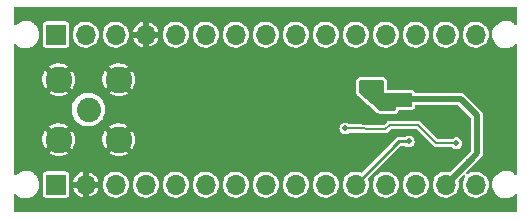
<source format=gbl>
%TF.GenerationSoftware,KiCad,Pcbnew,(5.99.0-8408-g2f86419c55)*%
%TF.CreationDate,2021-01-19T22:19:36+01:00*%
%TF.ProjectId,ax5243-test-board,61783532-3433-42d7-9465-73742d626f61,rev?*%
%TF.SameCoordinates,PX8954400PY4e33880*%
%TF.FileFunction,Copper,L2,Bot*%
%TF.FilePolarity,Positive*%
%FSLAX46Y46*%
G04 Gerber Fmt 4.6, Leading zero omitted, Abs format (unit mm)*
G04 Created by KiCad (PCBNEW (5.99.0-8408-g2f86419c55)) date 2021-01-19 22:19:36*
%MOMM*%
%LPD*%
G01*
G04 APERTURE LIST*
%TA.AperFunction,ComponentPad*%
%ADD10C,0.510000*%
%TD*%
%TA.AperFunction,ComponentPad*%
%ADD11C,2.050000*%
%TD*%
%TA.AperFunction,ComponentPad*%
%ADD12C,2.250000*%
%TD*%
%TA.AperFunction,ComponentPad*%
%ADD13R,1.700000X1.700000*%
%TD*%
%TA.AperFunction,ComponentPad*%
%ADD14O,1.700000X1.700000*%
%TD*%
%TA.AperFunction,ViaPad*%
%ADD15C,0.500000*%
%TD*%
%TA.AperFunction,Conductor*%
%ADD16C,0.200000*%
%TD*%
%TA.AperFunction,Conductor*%
%ADD17C,0.500000*%
%TD*%
%TA.AperFunction,Conductor*%
%ADD18C,0.250000*%
%TD*%
G04 APERTURE END LIST*
D10*
%TO.P,U1,21,GND*%
%TO.N,GND*%
X5130000Y-130000D03*
X5130000Y730000D03*
X4270000Y730000D03*
X4270000Y-130000D03*
%TD*%
D11*
%TO.P,J1,1,In*%
%TO.N,/ANT*%
X-15000000Y0D03*
D12*
%TO.P,J1,2,Ext*%
%TO.N,GND*%
X-12460000Y2540000D03*
X-17540000Y2540000D03*
X-12460000Y-2540000D03*
X-17540000Y-2540000D03*
%TD*%
D13*
%TO.P,J2,1,Pin_1*%
%TO.N,no_connect_28*%
X-17780000Y6350000D03*
D14*
%TO.P,J2,2,Pin_2*%
%TO.N,no_connect_31*%
X-15240000Y6350000D03*
%TO.P,J2,3,Pin_3*%
%TO.N,no_connect_32*%
X-12700000Y6350000D03*
%TO.P,J2,4,Pin_4*%
%TO.N,GND*%
X-10160000Y6350000D03*
%TO.P,J2,5,Pin_5*%
%TO.N,no_connect_33*%
X-7620000Y6350000D03*
%TO.P,J2,6,Pin_6*%
%TO.N,no_connect_34*%
X-5080000Y6350000D03*
%TO.P,J2,7,Pin_7*%
%TO.N,no_connect_35*%
X-2540000Y6350000D03*
%TO.P,J2,8,Pin_8*%
%TO.N,no_connect_36*%
X0Y6350000D03*
%TO.P,J2,9,Pin_9*%
%TO.N,no_connect_37*%
X2540000Y6350000D03*
%TO.P,J2,10,Pin_10*%
%TO.N,no_connect_29*%
X5080000Y6350000D03*
%TO.P,J2,11,Pin_11*%
%TO.N,no_connect_30*%
X7620000Y6350000D03*
%TO.P,J2,12,Pin_12*%
%TO.N,IRQ*%
X10160000Y6350000D03*
%TO.P,J2,13,Pin_13*%
%TO.N,SEL*%
X12700000Y6350000D03*
%TO.P,J2,14,Pin_14*%
%TO.N,MOSI*%
X15240000Y6350000D03*
%TO.P,J2,15,Pin_15*%
%TO.N,MISO*%
X17780000Y6350000D03*
%TD*%
D13*
%TO.P,J3,1,Pin_1*%
%TO.N,no_connect_38*%
X-17780000Y-6350000D03*
D14*
%TO.P,J3,2,Pin_2*%
%TO.N,GND*%
X-15240000Y-6350000D03*
%TO.P,J3,3,Pin_3*%
%TO.N,no_connect_41*%
X-12700000Y-6350000D03*
%TO.P,J3,4,Pin_4*%
%TO.N,no_connect_42*%
X-10160000Y-6350000D03*
%TO.P,J3,5,Pin_5*%
%TO.N,no_connect_43*%
X-7620000Y-6350000D03*
%TO.P,J3,6,Pin_6*%
%TO.N,no_connect_44*%
X-5080000Y-6350000D03*
%TO.P,J3,7,Pin_7*%
%TO.N,no_connect_45*%
X-2540000Y-6350000D03*
%TO.P,J3,8,Pin_8*%
%TO.N,no_connect_46*%
X0Y-6350000D03*
%TO.P,J3,9,Pin_9*%
%TO.N,no_connect_47*%
X2540000Y-6350000D03*
%TO.P,J3,10,Pin_10*%
%TO.N,no_connect_39*%
X5080000Y-6350000D03*
%TO.P,J3,11,Pin_11*%
%TO.N,DAC_OUT*%
X7620000Y-6350000D03*
%TO.P,J3,12,Pin_12*%
%TO.N,SYSCLK*%
X10160000Y-6350000D03*
%TO.P,J3,13,Pin_13*%
%TO.N,no_connect_40*%
X12700000Y-6350000D03*
%TO.P,J3,14,Pin_14*%
%TO.N,VDD*%
X15240000Y-6350000D03*
%TO.P,J3,15,Pin_15*%
%TO.N,CLK*%
X17780000Y-6350000D03*
%TD*%
D15*
%TO.N,GND*%
X8800000Y-4050000D03*
X7300000Y-3000000D03*
X-7000000Y-1700000D03*
X-5800000Y-1700000D03*
X-4050000Y-1650000D03*
X-2850000Y-1650000D03*
X-4100000Y1700000D03*
X-2900000Y1700000D03*
X850000Y-4300000D03*
X800000Y4400000D03*
X2400000Y3600000D03*
X2350000Y-2750000D03*
%TO.N,VDD*%
X10500000Y250000D03*
X9506885Y1410497D03*
%TO.N,GND*%
X15726107Y-1700000D03*
X2700000Y2800000D03*
X13950000Y2450000D03*
X7650000Y3700000D03*
X7650000Y2950000D03*
X6150000Y3000000D03*
X2900000Y-1450000D03*
X2000000Y950000D03*
X250000Y4400000D03*
X1800000Y4150000D03*
X13450000Y-2850000D03*
X15750000Y-600000D03*
X13300000Y3050000D03*
X10500000Y2300000D03*
%TO.N,SEL*%
X6750000Y-1600000D03*
%TO.N,GND*%
X-6400000Y-2200000D03*
X-10200000Y-1200000D03*
X-9600000Y-1700000D03*
X-5000000Y1600000D03*
X200000Y-4300000D03*
X-800000Y-3800000D03*
X-800000Y3900000D03*
X-3450000Y-2200000D03*
X-3500000Y2200000D03*
X-20500000Y-4000000D03*
X-20500000Y-2000000D03*
X-20500000Y2000000D03*
X-20500000Y4000000D03*
X-20500000Y0D03*
X20500000Y4000000D03*
X20500000Y2000000D03*
X20500000Y-4000000D03*
X20500000Y-2000000D03*
X20500000Y0D03*
X1250000Y8000000D03*
X-3830000Y8000000D03*
X-13990000Y8000000D03*
X-11450000Y8000000D03*
X-8910000Y8000000D03*
X-1290000Y8000000D03*
X-19070000Y8000000D03*
X-6370000Y8000000D03*
X-16530000Y8000000D03*
X8870000Y8000000D03*
X3790000Y8000000D03*
X6330000Y8000000D03*
X11410000Y8000000D03*
X13950000Y8000000D03*
X19030000Y8000000D03*
X16490000Y8000000D03*
X-19070000Y-7900000D03*
X-16530000Y-7900000D03*
X-13990000Y-7900000D03*
X-11450000Y-7900000D03*
X-8910000Y-7900000D03*
X-6370000Y-7900000D03*
X-3830000Y-7900000D03*
X-1290000Y-7900000D03*
X19030000Y-7900000D03*
X16490000Y-7900000D03*
X13950000Y-7900000D03*
X11410000Y-7900000D03*
X8870000Y-7900000D03*
X6330000Y-7900000D03*
X3790000Y-7900000D03*
X1250000Y-7900000D03*
X-1400000Y3400000D03*
X-1400000Y-3250000D03*
X-1900000Y-1600000D03*
X-5000000Y-1600000D03*
X-7900000Y-1600000D03*
X-6800000Y1550000D03*
X-1900000Y1600000D03*
X-8300000Y1700000D03*
X-9600000Y1150000D03*
%TO.N,DAC_OUT*%
X12100000Y-2700000D03*
%TO.N,SEL*%
X16144938Y-2844938D03*
%TO.N,VDD*%
X9500000Y700000D03*
X9506885Y2010497D03*
%TO.N,GND*%
X6700000Y3600000D03*
X1750000Y-3250000D03*
X2800000Y-3900000D03*
%TD*%
D16*
%TO.N,SEL*%
X10500000Y-1300000D02*
X12900000Y-1300000D01*
X10124916Y-1675084D02*
X10500000Y-1300000D01*
X6750000Y-1600000D02*
X10124916Y-1675084D01*
X12900000Y-1300000D02*
X14444938Y-2844938D01*
X14444938Y-2844938D02*
X16144938Y-2844938D01*
D17*
%TO.N,VDD*%
X14500000Y900000D02*
X16500000Y900000D01*
X16500000Y900000D02*
X17900000Y-500000D01*
X17900000Y-500000D02*
X17900000Y-3700000D01*
X17900000Y-3700000D02*
X17450000Y-4150000D01*
X14100000Y900000D02*
X14500000Y900000D01*
X11800000Y700000D02*
X9500000Y700000D01*
X14500000Y900000D02*
X12000000Y900000D01*
X12000000Y900000D02*
X11800000Y700000D01*
X17450000Y-4150000D02*
X17150000Y-4450000D01*
X17450000Y-4150000D02*
X15250000Y-6350000D01*
X15250000Y-6350000D02*
X15240000Y-6350000D01*
D18*
%TO.N,DAC_OUT*%
X11270000Y-2700000D02*
X7620000Y-6350000D01*
X12100000Y-2700000D02*
X11270000Y-2700000D01*
%TD*%
%TA.AperFunction,Conductor*%
%TO.N,GND*%
G36*
X21259191Y8681093D02*
G01*
X21295155Y8631593D01*
X21300000Y8601000D01*
X21300000Y7237388D01*
X21281093Y7179197D01*
X21231593Y7143233D01*
X21170407Y7143233D01*
X21133799Y7164690D01*
X21026754Y7263642D01*
X21026753Y7263643D01*
X21023424Y7266720D01*
X20991056Y7287143D01*
X20868956Y7364182D01*
X20844586Y7379558D01*
X20648180Y7457916D01*
X20440783Y7499170D01*
X20335062Y7500554D01*
X20233880Y7501879D01*
X20233875Y7501879D01*
X20229341Y7501938D01*
X20224866Y7501169D01*
X20224865Y7501169D01*
X20025404Y7466895D01*
X20020935Y7466127D01*
X19944566Y7437953D01*
X19826807Y7394510D01*
X19826804Y7394509D01*
X19822544Y7392937D01*
X19818641Y7390615D01*
X19818639Y7390614D01*
X19761643Y7356705D01*
X19640814Y7284819D01*
X19637399Y7281824D01*
X19637396Y7281822D01*
X19544588Y7200431D01*
X19481830Y7145394D01*
X19350916Y6979330D01*
X19252457Y6792191D01*
X19251113Y6787862D01*
X19194658Y6606047D01*
X19189750Y6590242D01*
X19189216Y6585732D01*
X19189216Y6585731D01*
X19186239Y6560573D01*
X19164896Y6380247D01*
X19178726Y6169240D01*
X19179842Y6164847D01*
X19179842Y6164845D01*
X19209973Y6046206D01*
X19230778Y5964286D01*
X19319308Y5772250D01*
X19441351Y5599563D01*
X19592820Y5452008D01*
X19596595Y5449486D01*
X19596597Y5449484D01*
X19667327Y5402224D01*
X19768643Y5334527D01*
X19772810Y5332737D01*
X19772815Y5332734D01*
X19856883Y5296616D01*
X19962931Y5251054D01*
X20169177Y5204385D01*
X20294150Y5199475D01*
X20375941Y5196262D01*
X20375942Y5196262D01*
X20380474Y5196084D01*
X20589746Y5226427D01*
X20594045Y5227886D01*
X20594048Y5227887D01*
X20785683Y5292938D01*
X20789984Y5294398D01*
X20811823Y5306628D01*
X20966057Y5393004D01*
X20974482Y5397722D01*
X21030988Y5444717D01*
X21137062Y5532938D01*
X21138456Y5531262D01*
X21185513Y5555238D01*
X21245945Y5545667D01*
X21289210Y5502402D01*
X21300000Y5457457D01*
X21300000Y-5462612D01*
X21281093Y-5520803D01*
X21231593Y-5556767D01*
X21170407Y-5556767D01*
X21133799Y-5535310D01*
X21026754Y-5436358D01*
X21026753Y-5436357D01*
X21023424Y-5433280D01*
X20991056Y-5412857D01*
X20856685Y-5328076D01*
X20844586Y-5320442D01*
X20648180Y-5242084D01*
X20440783Y-5200830D01*
X20335062Y-5199446D01*
X20233880Y-5198121D01*
X20233875Y-5198121D01*
X20229341Y-5198062D01*
X20224866Y-5198831D01*
X20224865Y-5198831D01*
X20025404Y-5233105D01*
X20020935Y-5233873D01*
X19945859Y-5261570D01*
X19826807Y-5305490D01*
X19826804Y-5305491D01*
X19822544Y-5307063D01*
X19818641Y-5309385D01*
X19818639Y-5309386D01*
X19761643Y-5343295D01*
X19640814Y-5415181D01*
X19637399Y-5418176D01*
X19637396Y-5418178D01*
X19544588Y-5499569D01*
X19481830Y-5554606D01*
X19350916Y-5720670D01*
X19348803Y-5724685D01*
X19348803Y-5724686D01*
X19265277Y-5883443D01*
X19252457Y-5907809D01*
X19241227Y-5943976D01*
X19194658Y-6093953D01*
X19189750Y-6109758D01*
X19189216Y-6114268D01*
X19189216Y-6114269D01*
X19186239Y-6139427D01*
X19164896Y-6319753D01*
X19178726Y-6530760D01*
X19179842Y-6535153D01*
X19179842Y-6535155D01*
X19209973Y-6653794D01*
X19230778Y-6735714D01*
X19319308Y-6927750D01*
X19441351Y-7100437D01*
X19592820Y-7247992D01*
X19596595Y-7250514D01*
X19596597Y-7250516D01*
X19667327Y-7297776D01*
X19768643Y-7365473D01*
X19772810Y-7367263D01*
X19772815Y-7367266D01*
X19856883Y-7403384D01*
X19962931Y-7448946D01*
X20169177Y-7495615D01*
X20294150Y-7500525D01*
X20375941Y-7503738D01*
X20375942Y-7503738D01*
X20380474Y-7503916D01*
X20589746Y-7473573D01*
X20594045Y-7472114D01*
X20594048Y-7472113D01*
X20785683Y-7407062D01*
X20789984Y-7405602D01*
X20811823Y-7393372D01*
X20966057Y-7306996D01*
X20974482Y-7302278D01*
X21030988Y-7255283D01*
X21137062Y-7167062D01*
X21138456Y-7168738D01*
X21185513Y-7144762D01*
X21245945Y-7154333D01*
X21289210Y-7197598D01*
X21300000Y-7242543D01*
X21300000Y-8601000D01*
X21281093Y-8659191D01*
X21231593Y-8695155D01*
X21201000Y-8700000D01*
X-21201000Y-8700000D01*
X-21259191Y-8681093D01*
X-21295155Y-8631593D01*
X-21300000Y-8601000D01*
X-21300000Y-7236357D01*
X-21281093Y-7178166D01*
X-21231593Y-7142202D01*
X-21170407Y-7142202D01*
X-21131919Y-7165443D01*
X-21101432Y-7195142D01*
X-21047180Y-7247992D01*
X-21043405Y-7250514D01*
X-21043403Y-7250516D01*
X-20972673Y-7297776D01*
X-20871357Y-7365473D01*
X-20867190Y-7367263D01*
X-20867185Y-7367266D01*
X-20783117Y-7403384D01*
X-20677069Y-7448946D01*
X-20470823Y-7495615D01*
X-20345850Y-7500525D01*
X-20264059Y-7503738D01*
X-20264058Y-7503738D01*
X-20259526Y-7503916D01*
X-20050254Y-7473573D01*
X-20045955Y-7472114D01*
X-20045952Y-7472113D01*
X-19854317Y-7407062D01*
X-19850016Y-7405602D01*
X-19828177Y-7393372D01*
X-19673943Y-7306996D01*
X-19665518Y-7302278D01*
X-19609012Y-7255283D01*
X-19536701Y-7195142D01*
X-19502938Y-7167062D01*
X-19367722Y-7004482D01*
X-19283227Y-6853605D01*
X-19266616Y-6823945D01*
X-19266615Y-6823943D01*
X-19264398Y-6819984D01*
X-19247401Y-6769911D01*
X-19197887Y-6624048D01*
X-19197886Y-6624045D01*
X-19196427Y-6619746D01*
X-19184162Y-6535155D01*
X-19166504Y-6413374D01*
X-19166503Y-6413366D01*
X-19166084Y-6410474D01*
X-19164714Y-6358197D01*
X-19164576Y-6352913D01*
X-19164576Y-6352908D01*
X-19164500Y-6350000D01*
X-19173979Y-6246835D01*
X-19183434Y-6143945D01*
X-19183849Y-6139427D01*
X-19241248Y-5935906D01*
X-19291983Y-5833025D01*
X-19332763Y-5750330D01*
X-19332765Y-5750326D01*
X-19334774Y-5746253D01*
X-19461296Y-5576820D01*
X-19507273Y-5534319D01*
X-19544399Y-5500000D01*
X-18885500Y-5500000D01*
X-18885500Y-7200000D01*
X-18866051Y-7297776D01*
X-18810666Y-7380666D01*
X-18727776Y-7436051D01*
X-18630000Y-7455500D01*
X-16930000Y-7455500D01*
X-16832224Y-7436051D01*
X-16749334Y-7380666D01*
X-16693949Y-7297776D01*
X-16674500Y-7200000D01*
X-16674500Y-6616264D01*
X-16309103Y-6616264D01*
X-16302004Y-6653655D01*
X-16299386Y-6662665D01*
X-16225425Y-6848993D01*
X-16221145Y-6857356D01*
X-16113289Y-7026331D01*
X-16107511Y-7033727D01*
X-15969641Y-7179267D01*
X-15962571Y-7185435D01*
X-15799666Y-7302278D01*
X-15791559Y-7306996D01*
X-15609496Y-7390928D01*
X-15600648Y-7394027D01*
X-15509222Y-7416568D01*
X-15496620Y-7415654D01*
X-15494000Y-7406473D01*
X-15494000Y-6619680D01*
X-15496417Y-6612243D01*
X-14986000Y-6612243D01*
X-14986000Y-7409528D01*
X-14981878Y-7422213D01*
X-14980598Y-7423144D01*
X-14979108Y-7423274D01*
X-14789732Y-7358622D01*
X-14781188Y-7354764D01*
X-14607133Y-7255283D01*
X-14599468Y-7249876D01*
X-14447370Y-7119282D01*
X-14440857Y-7112514D01*
X-14316200Y-6955518D01*
X-14311089Y-6947647D01*
X-14218368Y-6769911D01*
X-14214834Y-6761207D01*
X-14172312Y-6619024D01*
X-14172590Y-6607216D01*
X-14182901Y-6604000D01*
X-14970320Y-6604000D01*
X-14983005Y-6608122D01*
X-14986000Y-6612243D01*
X-15496417Y-6612243D01*
X-15498122Y-6606995D01*
X-15502243Y-6604000D01*
X-16295751Y-6604000D01*
X-16308436Y-6608122D01*
X-16308601Y-6608348D01*
X-16309103Y-6616264D01*
X-16674500Y-6616264D01*
X-16674500Y-6452116D01*
X-13800774Y-6452116D01*
X-13799896Y-6456738D01*
X-13799896Y-6456743D01*
X-13774637Y-6589782D01*
X-13761605Y-6658425D01*
X-13684130Y-6853605D01*
X-13681590Y-6857584D01*
X-13573684Y-7026639D01*
X-13573680Y-7026644D01*
X-13571146Y-7030614D01*
X-13426728Y-7183064D01*
X-13422898Y-7185811D01*
X-13422897Y-7185812D01*
X-13264570Y-7299373D01*
X-13256089Y-7305456D01*
X-13251808Y-7307429D01*
X-13251809Y-7307429D01*
X-13070685Y-7390928D01*
X-13065384Y-7393372D01*
X-13060817Y-7394498D01*
X-13060814Y-7394499D01*
X-13024776Y-7403384D01*
X-12861495Y-7443641D01*
X-12777073Y-7447991D01*
X-12656484Y-7454206D01*
X-12656479Y-7454206D01*
X-12651779Y-7454448D01*
X-12647118Y-7453797D01*
X-12647115Y-7453797D01*
X-12448470Y-7426056D01*
X-12448467Y-7426055D01*
X-12443803Y-7425404D01*
X-12434456Y-7422213D01*
X-12249531Y-7359079D01*
X-12249528Y-7359078D01*
X-12245071Y-7357556D01*
X-12062754Y-7253354D01*
X-11903431Y-7116556D01*
X-11900497Y-7112861D01*
X-11775781Y-6955790D01*
X-11775779Y-6955787D01*
X-11772850Y-6952098D01*
X-11675723Y-6765916D01*
X-11615554Y-6564726D01*
X-11604215Y-6452116D01*
X-11260774Y-6452116D01*
X-11259896Y-6456738D01*
X-11259896Y-6456743D01*
X-11234637Y-6589782D01*
X-11221605Y-6658425D01*
X-11144130Y-6853605D01*
X-11141590Y-6857584D01*
X-11033684Y-7026639D01*
X-11033680Y-7026644D01*
X-11031146Y-7030614D01*
X-10886728Y-7183064D01*
X-10882898Y-7185811D01*
X-10882897Y-7185812D01*
X-10724570Y-7299373D01*
X-10716089Y-7305456D01*
X-10711808Y-7307429D01*
X-10711809Y-7307429D01*
X-10530685Y-7390928D01*
X-10525384Y-7393372D01*
X-10520817Y-7394498D01*
X-10520814Y-7394499D01*
X-10484776Y-7403384D01*
X-10321495Y-7443641D01*
X-10237073Y-7447991D01*
X-10116484Y-7454206D01*
X-10116479Y-7454206D01*
X-10111779Y-7454448D01*
X-10107118Y-7453797D01*
X-10107115Y-7453797D01*
X-9908470Y-7426056D01*
X-9908467Y-7426055D01*
X-9903803Y-7425404D01*
X-9894456Y-7422213D01*
X-9709531Y-7359079D01*
X-9709528Y-7359078D01*
X-9705071Y-7357556D01*
X-9522754Y-7253354D01*
X-9363431Y-7116556D01*
X-9360497Y-7112861D01*
X-9235781Y-6955790D01*
X-9235779Y-6955787D01*
X-9232850Y-6952098D01*
X-9135723Y-6765916D01*
X-9075554Y-6564726D01*
X-9064215Y-6452116D01*
X-8720774Y-6452116D01*
X-8719896Y-6456738D01*
X-8719896Y-6456743D01*
X-8694637Y-6589782D01*
X-8681605Y-6658425D01*
X-8604130Y-6853605D01*
X-8601590Y-6857584D01*
X-8493684Y-7026639D01*
X-8493680Y-7026644D01*
X-8491146Y-7030614D01*
X-8346728Y-7183064D01*
X-8342898Y-7185811D01*
X-8342897Y-7185812D01*
X-8184570Y-7299373D01*
X-8176089Y-7305456D01*
X-8171808Y-7307429D01*
X-8171809Y-7307429D01*
X-7990685Y-7390928D01*
X-7985384Y-7393372D01*
X-7980817Y-7394498D01*
X-7980814Y-7394499D01*
X-7944776Y-7403384D01*
X-7781495Y-7443641D01*
X-7697073Y-7447991D01*
X-7576484Y-7454206D01*
X-7576479Y-7454206D01*
X-7571779Y-7454448D01*
X-7567118Y-7453797D01*
X-7567115Y-7453797D01*
X-7368470Y-7426056D01*
X-7368467Y-7426055D01*
X-7363803Y-7425404D01*
X-7354456Y-7422213D01*
X-7169531Y-7359079D01*
X-7169528Y-7359078D01*
X-7165071Y-7357556D01*
X-6982754Y-7253354D01*
X-6823431Y-7116556D01*
X-6820497Y-7112861D01*
X-6695781Y-6955790D01*
X-6695779Y-6955787D01*
X-6692850Y-6952098D01*
X-6595723Y-6765916D01*
X-6535554Y-6564726D01*
X-6524215Y-6452116D01*
X-6180774Y-6452116D01*
X-6179896Y-6456738D01*
X-6179896Y-6456743D01*
X-6154637Y-6589782D01*
X-6141605Y-6658425D01*
X-6064130Y-6853605D01*
X-6061590Y-6857584D01*
X-5953684Y-7026639D01*
X-5953680Y-7026644D01*
X-5951146Y-7030614D01*
X-5806728Y-7183064D01*
X-5802898Y-7185811D01*
X-5802897Y-7185812D01*
X-5644570Y-7299373D01*
X-5636089Y-7305456D01*
X-5631808Y-7307429D01*
X-5631809Y-7307429D01*
X-5450685Y-7390928D01*
X-5445384Y-7393372D01*
X-5440817Y-7394498D01*
X-5440814Y-7394499D01*
X-5404776Y-7403384D01*
X-5241495Y-7443641D01*
X-5157073Y-7447991D01*
X-5036484Y-7454206D01*
X-5036479Y-7454206D01*
X-5031779Y-7454448D01*
X-5027118Y-7453797D01*
X-5027115Y-7453797D01*
X-4828470Y-7426056D01*
X-4828467Y-7426055D01*
X-4823803Y-7425404D01*
X-4814456Y-7422213D01*
X-4629531Y-7359079D01*
X-4629528Y-7359078D01*
X-4625071Y-7357556D01*
X-4442754Y-7253354D01*
X-4283431Y-7116556D01*
X-4280497Y-7112861D01*
X-4155781Y-6955790D01*
X-4155779Y-6955787D01*
X-4152850Y-6952098D01*
X-4055723Y-6765916D01*
X-3995554Y-6564726D01*
X-3984215Y-6452116D01*
X-3640774Y-6452116D01*
X-3639896Y-6456738D01*
X-3639896Y-6456743D01*
X-3614637Y-6589782D01*
X-3601605Y-6658425D01*
X-3524130Y-6853605D01*
X-3521590Y-6857584D01*
X-3413684Y-7026639D01*
X-3413680Y-7026644D01*
X-3411146Y-7030614D01*
X-3266728Y-7183064D01*
X-3262898Y-7185811D01*
X-3262897Y-7185812D01*
X-3104570Y-7299373D01*
X-3096089Y-7305456D01*
X-3091808Y-7307429D01*
X-3091809Y-7307429D01*
X-2910685Y-7390928D01*
X-2905384Y-7393372D01*
X-2900817Y-7394498D01*
X-2900814Y-7394499D01*
X-2864776Y-7403384D01*
X-2701495Y-7443641D01*
X-2617073Y-7447991D01*
X-2496484Y-7454206D01*
X-2496479Y-7454206D01*
X-2491779Y-7454448D01*
X-2487118Y-7453797D01*
X-2487115Y-7453797D01*
X-2288470Y-7426056D01*
X-2288467Y-7426055D01*
X-2283803Y-7425404D01*
X-2274456Y-7422213D01*
X-2089531Y-7359079D01*
X-2089528Y-7359078D01*
X-2085071Y-7357556D01*
X-1902754Y-7253354D01*
X-1743431Y-7116556D01*
X-1740497Y-7112861D01*
X-1615781Y-6955790D01*
X-1615779Y-6955787D01*
X-1612850Y-6952098D01*
X-1515723Y-6765916D01*
X-1455554Y-6564726D01*
X-1444215Y-6452116D01*
X-1100774Y-6452116D01*
X-1099896Y-6456738D01*
X-1099896Y-6456743D01*
X-1074637Y-6589782D01*
X-1061605Y-6658425D01*
X-984130Y-6853605D01*
X-981590Y-6857584D01*
X-873684Y-7026639D01*
X-873680Y-7026644D01*
X-871146Y-7030614D01*
X-726728Y-7183064D01*
X-722898Y-7185811D01*
X-722897Y-7185812D01*
X-564570Y-7299373D01*
X-556089Y-7305456D01*
X-551808Y-7307429D01*
X-551809Y-7307429D01*
X-370685Y-7390928D01*
X-365384Y-7393372D01*
X-360817Y-7394498D01*
X-360814Y-7394499D01*
X-324776Y-7403384D01*
X-161495Y-7443641D01*
X-77073Y-7447991D01*
X43516Y-7454206D01*
X43521Y-7454206D01*
X48221Y-7454448D01*
X52882Y-7453797D01*
X52885Y-7453797D01*
X251530Y-7426056D01*
X251533Y-7426055D01*
X256197Y-7425404D01*
X265544Y-7422213D01*
X450469Y-7359079D01*
X450472Y-7359078D01*
X454929Y-7357556D01*
X637246Y-7253354D01*
X796569Y-7116556D01*
X799503Y-7112861D01*
X924219Y-6955790D01*
X924221Y-6955787D01*
X927150Y-6952098D01*
X1024277Y-6765916D01*
X1084446Y-6564726D01*
X1095785Y-6452116D01*
X1439226Y-6452116D01*
X1440104Y-6456738D01*
X1440104Y-6456743D01*
X1465363Y-6589782D01*
X1478395Y-6658425D01*
X1555870Y-6853605D01*
X1558410Y-6857584D01*
X1666316Y-7026639D01*
X1666320Y-7026644D01*
X1668854Y-7030614D01*
X1813272Y-7183064D01*
X1817102Y-7185811D01*
X1817103Y-7185812D01*
X1975430Y-7299373D01*
X1983911Y-7305456D01*
X1988192Y-7307429D01*
X1988191Y-7307429D01*
X2169315Y-7390928D01*
X2174616Y-7393372D01*
X2179183Y-7394498D01*
X2179186Y-7394499D01*
X2215224Y-7403384D01*
X2378505Y-7443641D01*
X2462927Y-7447991D01*
X2583516Y-7454206D01*
X2583521Y-7454206D01*
X2588221Y-7454448D01*
X2592882Y-7453797D01*
X2592885Y-7453797D01*
X2791530Y-7426056D01*
X2791533Y-7426055D01*
X2796197Y-7425404D01*
X2805544Y-7422213D01*
X2990469Y-7359079D01*
X2990472Y-7359078D01*
X2994929Y-7357556D01*
X3177246Y-7253354D01*
X3336569Y-7116556D01*
X3339503Y-7112861D01*
X3464219Y-6955790D01*
X3464221Y-6955787D01*
X3467150Y-6952098D01*
X3564277Y-6765916D01*
X3624446Y-6564726D01*
X3635785Y-6452116D01*
X3979226Y-6452116D01*
X3980104Y-6456738D01*
X3980104Y-6456743D01*
X4005363Y-6589782D01*
X4018395Y-6658425D01*
X4095870Y-6853605D01*
X4098410Y-6857584D01*
X4206316Y-7026639D01*
X4206320Y-7026644D01*
X4208854Y-7030614D01*
X4353272Y-7183064D01*
X4357102Y-7185811D01*
X4357103Y-7185812D01*
X4515430Y-7299373D01*
X4523911Y-7305456D01*
X4528192Y-7307429D01*
X4528191Y-7307429D01*
X4709315Y-7390928D01*
X4714616Y-7393372D01*
X4719183Y-7394498D01*
X4719186Y-7394499D01*
X4755224Y-7403384D01*
X4918505Y-7443641D01*
X5002927Y-7447991D01*
X5123516Y-7454206D01*
X5123521Y-7454206D01*
X5128221Y-7454448D01*
X5132882Y-7453797D01*
X5132885Y-7453797D01*
X5331530Y-7426056D01*
X5331533Y-7426055D01*
X5336197Y-7425404D01*
X5345544Y-7422213D01*
X5530469Y-7359079D01*
X5530472Y-7359078D01*
X5534929Y-7357556D01*
X5717246Y-7253354D01*
X5876569Y-7116556D01*
X5879503Y-7112861D01*
X6004219Y-6955790D01*
X6004221Y-6955787D01*
X6007150Y-6952098D01*
X6104277Y-6765916D01*
X6164446Y-6564726D01*
X6175785Y-6452116D01*
X6519226Y-6452116D01*
X6520104Y-6456738D01*
X6520104Y-6456743D01*
X6545363Y-6589782D01*
X6558395Y-6658425D01*
X6635870Y-6853605D01*
X6638410Y-6857584D01*
X6746316Y-7026639D01*
X6746320Y-7026644D01*
X6748854Y-7030614D01*
X6893272Y-7183064D01*
X6897102Y-7185811D01*
X6897103Y-7185812D01*
X7055430Y-7299373D01*
X7063911Y-7305456D01*
X7068192Y-7307429D01*
X7068191Y-7307429D01*
X7249315Y-7390928D01*
X7254616Y-7393372D01*
X7259183Y-7394498D01*
X7259186Y-7394499D01*
X7295224Y-7403384D01*
X7458505Y-7443641D01*
X7542927Y-7447991D01*
X7663516Y-7454206D01*
X7663521Y-7454206D01*
X7668221Y-7454448D01*
X7672882Y-7453797D01*
X7672885Y-7453797D01*
X7871530Y-7426056D01*
X7871533Y-7426055D01*
X7876197Y-7425404D01*
X7885544Y-7422213D01*
X8070469Y-7359079D01*
X8070472Y-7359078D01*
X8074929Y-7357556D01*
X8257246Y-7253354D01*
X8416569Y-7116556D01*
X8419503Y-7112861D01*
X8544219Y-6955790D01*
X8544221Y-6955787D01*
X8547150Y-6952098D01*
X8644277Y-6765916D01*
X8704446Y-6564726D01*
X8715785Y-6452116D01*
X9059226Y-6452116D01*
X9060104Y-6456738D01*
X9060104Y-6456743D01*
X9085363Y-6589782D01*
X9098395Y-6658425D01*
X9175870Y-6853605D01*
X9178410Y-6857584D01*
X9286316Y-7026639D01*
X9286320Y-7026644D01*
X9288854Y-7030614D01*
X9433272Y-7183064D01*
X9437102Y-7185811D01*
X9437103Y-7185812D01*
X9595430Y-7299373D01*
X9603911Y-7305456D01*
X9608192Y-7307429D01*
X9608191Y-7307429D01*
X9789315Y-7390928D01*
X9794616Y-7393372D01*
X9799183Y-7394498D01*
X9799186Y-7394499D01*
X9835224Y-7403384D01*
X9998505Y-7443641D01*
X10082927Y-7447991D01*
X10203516Y-7454206D01*
X10203521Y-7454206D01*
X10208221Y-7454448D01*
X10212882Y-7453797D01*
X10212885Y-7453797D01*
X10411530Y-7426056D01*
X10411533Y-7426055D01*
X10416197Y-7425404D01*
X10425544Y-7422213D01*
X10610469Y-7359079D01*
X10610472Y-7359078D01*
X10614929Y-7357556D01*
X10797246Y-7253354D01*
X10956569Y-7116556D01*
X10959503Y-7112861D01*
X11084219Y-6955790D01*
X11084221Y-6955787D01*
X11087150Y-6952098D01*
X11184277Y-6765916D01*
X11244446Y-6564726D01*
X11255785Y-6452116D01*
X11599226Y-6452116D01*
X11600104Y-6456738D01*
X11600104Y-6456743D01*
X11625363Y-6589782D01*
X11638395Y-6658425D01*
X11715870Y-6853605D01*
X11718410Y-6857584D01*
X11826316Y-7026639D01*
X11826320Y-7026644D01*
X11828854Y-7030614D01*
X11973272Y-7183064D01*
X11977102Y-7185811D01*
X11977103Y-7185812D01*
X12135430Y-7299373D01*
X12143911Y-7305456D01*
X12148192Y-7307429D01*
X12148191Y-7307429D01*
X12329315Y-7390928D01*
X12334616Y-7393372D01*
X12339183Y-7394498D01*
X12339186Y-7394499D01*
X12375224Y-7403384D01*
X12538505Y-7443641D01*
X12622927Y-7447991D01*
X12743516Y-7454206D01*
X12743521Y-7454206D01*
X12748221Y-7454448D01*
X12752882Y-7453797D01*
X12752885Y-7453797D01*
X12951530Y-7426056D01*
X12951533Y-7426055D01*
X12956197Y-7425404D01*
X12965544Y-7422213D01*
X13150469Y-7359079D01*
X13150472Y-7359078D01*
X13154929Y-7357556D01*
X13337246Y-7253354D01*
X13496569Y-7116556D01*
X13499503Y-7112861D01*
X13624219Y-6955790D01*
X13624221Y-6955787D01*
X13627150Y-6952098D01*
X13724277Y-6765916D01*
X13784446Y-6564726D01*
X13805485Y-6355788D01*
X13805500Y-6350000D01*
X13785555Y-6140955D01*
X13726441Y-5939453D01*
X13710144Y-5907809D01*
X13632447Y-5756952D01*
X13630290Y-5752764D01*
X13622316Y-5742612D01*
X13503485Y-5591334D01*
X13503483Y-5591332D01*
X13500572Y-5587626D01*
X13497016Y-5584540D01*
X13497012Y-5584536D01*
X13345527Y-5453084D01*
X13345526Y-5453083D01*
X13341967Y-5449995D01*
X13160198Y-5344839D01*
X13071147Y-5313915D01*
X12966270Y-5277495D01*
X12966264Y-5277494D01*
X12961825Y-5275952D01*
X12754003Y-5245820D01*
X12629289Y-5251592D01*
X12548942Y-5255311D01*
X12548941Y-5255311D01*
X12544234Y-5255529D01*
X12340084Y-5304729D01*
X12335796Y-5306679D01*
X12335795Y-5306679D01*
X12319881Y-5313915D01*
X12148922Y-5391646D01*
X11977644Y-5513142D01*
X11832430Y-5664834D01*
X11718520Y-5841249D01*
X11716762Y-5845610D01*
X11716762Y-5845611D01*
X11677045Y-5944163D01*
X11640025Y-6036021D01*
X11639124Y-6040634D01*
X11639123Y-6040638D01*
X11618616Y-6145650D01*
X11599776Y-6242122D01*
X11599226Y-6452116D01*
X11255785Y-6452116D01*
X11265485Y-6355788D01*
X11265500Y-6350000D01*
X11245555Y-6140955D01*
X11186441Y-5939453D01*
X11170144Y-5907809D01*
X11092447Y-5756952D01*
X11090290Y-5752764D01*
X11082316Y-5742612D01*
X10963485Y-5591334D01*
X10963483Y-5591332D01*
X10960572Y-5587626D01*
X10957016Y-5584540D01*
X10957012Y-5584536D01*
X10805527Y-5453084D01*
X10805526Y-5453083D01*
X10801967Y-5449995D01*
X10620198Y-5344839D01*
X10531147Y-5313915D01*
X10426270Y-5277495D01*
X10426264Y-5277494D01*
X10421825Y-5275952D01*
X10214003Y-5245820D01*
X10089289Y-5251592D01*
X10008942Y-5255311D01*
X10008941Y-5255311D01*
X10004234Y-5255529D01*
X9800084Y-5304729D01*
X9795796Y-5306679D01*
X9795795Y-5306679D01*
X9779881Y-5313915D01*
X9608922Y-5391646D01*
X9437644Y-5513142D01*
X9292430Y-5664834D01*
X9178520Y-5841249D01*
X9176762Y-5845610D01*
X9176762Y-5845611D01*
X9137045Y-5944163D01*
X9100025Y-6036021D01*
X9099124Y-6040634D01*
X9099123Y-6040638D01*
X9078616Y-6145650D01*
X9059776Y-6242122D01*
X9059226Y-6452116D01*
X8715785Y-6452116D01*
X8725485Y-6355788D01*
X8725500Y-6350000D01*
X8705555Y-6140955D01*
X8646441Y-5939453D01*
X8646016Y-5938628D01*
X8642043Y-5878736D01*
X8668012Y-5833025D01*
X11396541Y-3104496D01*
X11451058Y-3076719D01*
X11466545Y-3075500D01*
X11731121Y-3075500D01*
X11785979Y-3092089D01*
X11882377Y-3156257D01*
X11889104Y-3158359D01*
X11889107Y-3158360D01*
X12012448Y-3196894D01*
X12012449Y-3196894D01*
X12019180Y-3198997D01*
X12090831Y-3200311D01*
X12155427Y-3201495D01*
X12155429Y-3201495D01*
X12162481Y-3201624D01*
X12169284Y-3199769D01*
X12169286Y-3199769D01*
X12216065Y-3187015D01*
X12300758Y-3163925D01*
X12422897Y-3088931D01*
X12435054Y-3075500D01*
X12514346Y-2987900D01*
X12514346Y-2987899D01*
X12519078Y-2982672D01*
X12581570Y-2853689D01*
X12583043Y-2844938D01*
X12604715Y-2716120D01*
X12604715Y-2716117D01*
X12605349Y-2712350D01*
X12605500Y-2700000D01*
X12585182Y-2558123D01*
X12581983Y-2551086D01*
X12528780Y-2434073D01*
X12528780Y-2434072D01*
X12525860Y-2427651D01*
X12432303Y-2319074D01*
X12312033Y-2241118D01*
X12305275Y-2239097D01*
X12305273Y-2239096D01*
X12181479Y-2202074D01*
X12174718Y-2200052D01*
X12088694Y-2199527D01*
X12038448Y-2199220D01*
X12031396Y-2199177D01*
X12024620Y-2201114D01*
X12024617Y-2201114D01*
X11900369Y-2236624D01*
X11900367Y-2236625D01*
X11893589Y-2238562D01*
X11887627Y-2242323D01*
X11887624Y-2242325D01*
X11781591Y-2309227D01*
X11728763Y-2324500D01*
X11319724Y-2324500D01*
X11298888Y-2322282D01*
X11297284Y-2321937D01*
X11287925Y-2319922D01*
X11255042Y-2323814D01*
X11245622Y-2324369D01*
X11244037Y-2324500D01*
X11239961Y-2324500D01*
X11235939Y-2325169D01*
X11235933Y-2325170D01*
X11219415Y-2327920D01*
X11214795Y-2328578D01*
X11171971Y-2333646D01*
X11171970Y-2333646D01*
X11163844Y-2334608D01*
X11156941Y-2337923D01*
X11154297Y-2338759D01*
X11146749Y-2340015D01*
X11101608Y-2364372D01*
X11097458Y-2366487D01*
X11051211Y-2388694D01*
X11045302Y-2393660D01*
X11043799Y-2395163D01*
X11043643Y-2395306D01*
X11042519Y-2396254D01*
X11036789Y-2399346D01*
X11022939Y-2414329D01*
X11003558Y-2435295D01*
X11000864Y-2438098D01*
X9546881Y-3892082D01*
X8134405Y-5304558D01*
X8079888Y-5332335D01*
X8031926Y-5328076D01*
X7983970Y-5311423D01*
X7886270Y-5277495D01*
X7886264Y-5277494D01*
X7881825Y-5275952D01*
X7674003Y-5245820D01*
X7549289Y-5251592D01*
X7468942Y-5255311D01*
X7468941Y-5255311D01*
X7464234Y-5255529D01*
X7260084Y-5304729D01*
X7255796Y-5306679D01*
X7255795Y-5306679D01*
X7239881Y-5313915D01*
X7068922Y-5391646D01*
X6897644Y-5513142D01*
X6752430Y-5664834D01*
X6638520Y-5841249D01*
X6636762Y-5845610D01*
X6636762Y-5845611D01*
X6597045Y-5944163D01*
X6560025Y-6036021D01*
X6559124Y-6040634D01*
X6559123Y-6040638D01*
X6538616Y-6145650D01*
X6519776Y-6242122D01*
X6519226Y-6452116D01*
X6175785Y-6452116D01*
X6185485Y-6355788D01*
X6185500Y-6350000D01*
X6165555Y-6140955D01*
X6106441Y-5939453D01*
X6090144Y-5907809D01*
X6012447Y-5756952D01*
X6010290Y-5752764D01*
X6002316Y-5742612D01*
X5883485Y-5591334D01*
X5883483Y-5591332D01*
X5880572Y-5587626D01*
X5877016Y-5584540D01*
X5877012Y-5584536D01*
X5725527Y-5453084D01*
X5725526Y-5453083D01*
X5721967Y-5449995D01*
X5540198Y-5344839D01*
X5451147Y-5313915D01*
X5346270Y-5277495D01*
X5346264Y-5277494D01*
X5341825Y-5275952D01*
X5134003Y-5245820D01*
X5009289Y-5251592D01*
X4928942Y-5255311D01*
X4928941Y-5255311D01*
X4924234Y-5255529D01*
X4720084Y-5304729D01*
X4715796Y-5306679D01*
X4715795Y-5306679D01*
X4699881Y-5313915D01*
X4528922Y-5391646D01*
X4357644Y-5513142D01*
X4212430Y-5664834D01*
X4098520Y-5841249D01*
X4096762Y-5845610D01*
X4096762Y-5845611D01*
X4057045Y-5944163D01*
X4020025Y-6036021D01*
X4019124Y-6040634D01*
X4019123Y-6040638D01*
X3998616Y-6145650D01*
X3979776Y-6242122D01*
X3979226Y-6452116D01*
X3635785Y-6452116D01*
X3645485Y-6355788D01*
X3645500Y-6350000D01*
X3625555Y-6140955D01*
X3566441Y-5939453D01*
X3550144Y-5907809D01*
X3472447Y-5756952D01*
X3470290Y-5752764D01*
X3462316Y-5742612D01*
X3343485Y-5591334D01*
X3343483Y-5591332D01*
X3340572Y-5587626D01*
X3337016Y-5584540D01*
X3337012Y-5584536D01*
X3185527Y-5453084D01*
X3185526Y-5453083D01*
X3181967Y-5449995D01*
X3000198Y-5344839D01*
X2911147Y-5313915D01*
X2806270Y-5277495D01*
X2806264Y-5277494D01*
X2801825Y-5275952D01*
X2594003Y-5245820D01*
X2469289Y-5251592D01*
X2388942Y-5255311D01*
X2388941Y-5255311D01*
X2384234Y-5255529D01*
X2180084Y-5304729D01*
X2175796Y-5306679D01*
X2175795Y-5306679D01*
X2159881Y-5313915D01*
X1988922Y-5391646D01*
X1817644Y-5513142D01*
X1672430Y-5664834D01*
X1558520Y-5841249D01*
X1556762Y-5845610D01*
X1556762Y-5845611D01*
X1517045Y-5944163D01*
X1480025Y-6036021D01*
X1479124Y-6040634D01*
X1479123Y-6040638D01*
X1458616Y-6145650D01*
X1439776Y-6242122D01*
X1439226Y-6452116D01*
X1095785Y-6452116D01*
X1105485Y-6355788D01*
X1105500Y-6350000D01*
X1085555Y-6140955D01*
X1026441Y-5939453D01*
X1010144Y-5907809D01*
X932447Y-5756952D01*
X930290Y-5752764D01*
X922316Y-5742612D01*
X803485Y-5591334D01*
X803483Y-5591332D01*
X800572Y-5587626D01*
X797016Y-5584540D01*
X797012Y-5584536D01*
X645527Y-5453084D01*
X645526Y-5453083D01*
X641967Y-5449995D01*
X460198Y-5344839D01*
X371147Y-5313915D01*
X266270Y-5277495D01*
X266264Y-5277494D01*
X261825Y-5275952D01*
X54003Y-5245820D01*
X-70711Y-5251592D01*
X-151058Y-5255311D01*
X-151059Y-5255311D01*
X-155766Y-5255529D01*
X-359916Y-5304729D01*
X-364204Y-5306679D01*
X-364205Y-5306679D01*
X-380119Y-5313915D01*
X-551078Y-5391646D01*
X-722356Y-5513142D01*
X-867570Y-5664834D01*
X-981480Y-5841249D01*
X-983238Y-5845610D01*
X-983238Y-5845611D01*
X-1022955Y-5944163D01*
X-1059975Y-6036021D01*
X-1060876Y-6040634D01*
X-1060877Y-6040638D01*
X-1081384Y-6145650D01*
X-1100224Y-6242122D01*
X-1100774Y-6452116D01*
X-1444215Y-6452116D01*
X-1434515Y-6355788D01*
X-1434500Y-6350000D01*
X-1454445Y-6140955D01*
X-1513559Y-5939453D01*
X-1529856Y-5907809D01*
X-1607553Y-5756952D01*
X-1609710Y-5752764D01*
X-1617684Y-5742612D01*
X-1736515Y-5591334D01*
X-1736517Y-5591332D01*
X-1739428Y-5587626D01*
X-1742984Y-5584540D01*
X-1742988Y-5584536D01*
X-1894473Y-5453084D01*
X-1894474Y-5453083D01*
X-1898033Y-5449995D01*
X-2079802Y-5344839D01*
X-2168853Y-5313915D01*
X-2273730Y-5277495D01*
X-2273736Y-5277494D01*
X-2278175Y-5275952D01*
X-2485997Y-5245820D01*
X-2610711Y-5251592D01*
X-2691058Y-5255311D01*
X-2691059Y-5255311D01*
X-2695766Y-5255529D01*
X-2899916Y-5304729D01*
X-2904204Y-5306679D01*
X-2904205Y-5306679D01*
X-2920119Y-5313915D01*
X-3091078Y-5391646D01*
X-3262356Y-5513142D01*
X-3407570Y-5664834D01*
X-3521480Y-5841249D01*
X-3523238Y-5845610D01*
X-3523238Y-5845611D01*
X-3562955Y-5944163D01*
X-3599975Y-6036021D01*
X-3600876Y-6040634D01*
X-3600877Y-6040638D01*
X-3621384Y-6145650D01*
X-3640224Y-6242122D01*
X-3640774Y-6452116D01*
X-3984215Y-6452116D01*
X-3974515Y-6355788D01*
X-3974500Y-6350000D01*
X-3994445Y-6140955D01*
X-4053559Y-5939453D01*
X-4069856Y-5907809D01*
X-4147553Y-5756952D01*
X-4149710Y-5752764D01*
X-4157684Y-5742612D01*
X-4276515Y-5591334D01*
X-4276517Y-5591332D01*
X-4279428Y-5587626D01*
X-4282984Y-5584540D01*
X-4282988Y-5584536D01*
X-4434473Y-5453084D01*
X-4434474Y-5453083D01*
X-4438033Y-5449995D01*
X-4619802Y-5344839D01*
X-4708853Y-5313915D01*
X-4813730Y-5277495D01*
X-4813736Y-5277494D01*
X-4818175Y-5275952D01*
X-5025997Y-5245820D01*
X-5150711Y-5251592D01*
X-5231058Y-5255311D01*
X-5231059Y-5255311D01*
X-5235766Y-5255529D01*
X-5439916Y-5304729D01*
X-5444204Y-5306679D01*
X-5444205Y-5306679D01*
X-5460119Y-5313915D01*
X-5631078Y-5391646D01*
X-5802356Y-5513142D01*
X-5947570Y-5664834D01*
X-6061480Y-5841249D01*
X-6063238Y-5845610D01*
X-6063238Y-5845611D01*
X-6102955Y-5944163D01*
X-6139975Y-6036021D01*
X-6140876Y-6040634D01*
X-6140877Y-6040638D01*
X-6161384Y-6145650D01*
X-6180224Y-6242122D01*
X-6180774Y-6452116D01*
X-6524215Y-6452116D01*
X-6514515Y-6355788D01*
X-6514500Y-6350000D01*
X-6534445Y-6140955D01*
X-6593559Y-5939453D01*
X-6609856Y-5907809D01*
X-6687553Y-5756952D01*
X-6689710Y-5752764D01*
X-6697684Y-5742612D01*
X-6816515Y-5591334D01*
X-6816517Y-5591332D01*
X-6819428Y-5587626D01*
X-6822984Y-5584540D01*
X-6822988Y-5584536D01*
X-6974473Y-5453084D01*
X-6974474Y-5453083D01*
X-6978033Y-5449995D01*
X-7159802Y-5344839D01*
X-7248853Y-5313915D01*
X-7353730Y-5277495D01*
X-7353736Y-5277494D01*
X-7358175Y-5275952D01*
X-7565997Y-5245820D01*
X-7690711Y-5251592D01*
X-7771058Y-5255311D01*
X-7771059Y-5255311D01*
X-7775766Y-5255529D01*
X-7979916Y-5304729D01*
X-7984204Y-5306679D01*
X-7984205Y-5306679D01*
X-8000119Y-5313915D01*
X-8171078Y-5391646D01*
X-8342356Y-5513142D01*
X-8487570Y-5664834D01*
X-8601480Y-5841249D01*
X-8603238Y-5845610D01*
X-8603238Y-5845611D01*
X-8642955Y-5944163D01*
X-8679975Y-6036021D01*
X-8680876Y-6040634D01*
X-8680877Y-6040638D01*
X-8701384Y-6145650D01*
X-8720224Y-6242122D01*
X-8720774Y-6452116D01*
X-9064215Y-6452116D01*
X-9054515Y-6355788D01*
X-9054500Y-6350000D01*
X-9074445Y-6140955D01*
X-9133559Y-5939453D01*
X-9149856Y-5907809D01*
X-9227553Y-5756952D01*
X-9229710Y-5752764D01*
X-9237684Y-5742612D01*
X-9356515Y-5591334D01*
X-9356517Y-5591332D01*
X-9359428Y-5587626D01*
X-9362984Y-5584540D01*
X-9362988Y-5584536D01*
X-9514473Y-5453084D01*
X-9514474Y-5453083D01*
X-9518033Y-5449995D01*
X-9699802Y-5344839D01*
X-9788853Y-5313915D01*
X-9893730Y-5277495D01*
X-9893736Y-5277494D01*
X-9898175Y-5275952D01*
X-10105997Y-5245820D01*
X-10230711Y-5251592D01*
X-10311058Y-5255311D01*
X-10311059Y-5255311D01*
X-10315766Y-5255529D01*
X-10519916Y-5304729D01*
X-10524204Y-5306679D01*
X-10524205Y-5306679D01*
X-10540119Y-5313915D01*
X-10711078Y-5391646D01*
X-10882356Y-5513142D01*
X-11027570Y-5664834D01*
X-11141480Y-5841249D01*
X-11143238Y-5845610D01*
X-11143238Y-5845611D01*
X-11182955Y-5944163D01*
X-11219975Y-6036021D01*
X-11220876Y-6040634D01*
X-11220877Y-6040638D01*
X-11241384Y-6145650D01*
X-11260224Y-6242122D01*
X-11260774Y-6452116D01*
X-11604215Y-6452116D01*
X-11594515Y-6355788D01*
X-11594500Y-6350000D01*
X-11614445Y-6140955D01*
X-11673559Y-5939453D01*
X-11689856Y-5907809D01*
X-11767553Y-5756952D01*
X-11769710Y-5752764D01*
X-11777684Y-5742612D01*
X-11896515Y-5591334D01*
X-11896517Y-5591332D01*
X-11899428Y-5587626D01*
X-11902984Y-5584540D01*
X-11902988Y-5584536D01*
X-12054473Y-5453084D01*
X-12054474Y-5453083D01*
X-12058033Y-5449995D01*
X-12239802Y-5344839D01*
X-12328853Y-5313915D01*
X-12433730Y-5277495D01*
X-12433736Y-5277494D01*
X-12438175Y-5275952D01*
X-12645997Y-5245820D01*
X-12770711Y-5251592D01*
X-12851058Y-5255311D01*
X-12851059Y-5255311D01*
X-12855766Y-5255529D01*
X-13059916Y-5304729D01*
X-13064204Y-5306679D01*
X-13064205Y-5306679D01*
X-13080119Y-5313915D01*
X-13251078Y-5391646D01*
X-13422356Y-5513142D01*
X-13567570Y-5664834D01*
X-13681480Y-5841249D01*
X-13683238Y-5845610D01*
X-13683238Y-5845611D01*
X-13722955Y-5944163D01*
X-13759975Y-6036021D01*
X-13760876Y-6040634D01*
X-13760877Y-6040638D01*
X-13781384Y-6145650D01*
X-13800224Y-6242122D01*
X-13800774Y-6452116D01*
X-16674500Y-6452116D01*
X-16674500Y-6080613D01*
X-16308176Y-6080613D01*
X-16306563Y-6093849D01*
X-16306466Y-6093953D01*
X-16298565Y-6096000D01*
X-15509680Y-6096000D01*
X-15496995Y-6091878D01*
X-15494000Y-6087757D01*
X-15494000Y-5295395D01*
X-15496822Y-5286708D01*
X-14986000Y-5286708D01*
X-14986000Y-6080320D01*
X-14981878Y-6093005D01*
X-14977757Y-6096000D01*
X-14183832Y-6096000D01*
X-14172514Y-6092323D01*
X-14172361Y-6081653D01*
X-14212696Y-5944163D01*
X-14216180Y-5935451D01*
X-14307974Y-5757222D01*
X-14313044Y-5749326D01*
X-14436878Y-5591677D01*
X-14443347Y-5584884D01*
X-14594763Y-5453491D01*
X-14602405Y-5448041D01*
X-14775934Y-5347652D01*
X-14784457Y-5343750D01*
X-14973527Y-5278093D01*
X-14983627Y-5279829D01*
X-14984638Y-5280867D01*
X-14986000Y-5286708D01*
X-15496822Y-5286708D01*
X-15497932Y-5283293D01*
X-15507333Y-5282928D01*
X-15595170Y-5304097D01*
X-15604042Y-5307152D01*
X-15786540Y-5390129D01*
X-15794672Y-5394805D01*
X-15958187Y-5510794D01*
X-15965287Y-5516923D01*
X-16103920Y-5661740D01*
X-16109734Y-5669103D01*
X-16218483Y-5837525D01*
X-16222794Y-5845841D01*
X-16297735Y-6031793D01*
X-16300399Y-6040789D01*
X-16308176Y-6080613D01*
X-16674500Y-6080613D01*
X-16674500Y-5500000D01*
X-16693949Y-5402224D01*
X-16749334Y-5319334D01*
X-16832224Y-5263949D01*
X-16930000Y-5244500D01*
X-18630000Y-5244500D01*
X-18727776Y-5263949D01*
X-18810666Y-5319334D01*
X-18866051Y-5402224D01*
X-18885500Y-5500000D01*
X-19544399Y-5500000D01*
X-19613246Y-5436358D01*
X-19613247Y-5436357D01*
X-19616576Y-5433280D01*
X-19648944Y-5412857D01*
X-19783315Y-5328076D01*
X-19795414Y-5320442D01*
X-19991820Y-5242084D01*
X-20199217Y-5200830D01*
X-20304938Y-5199446D01*
X-20406120Y-5198121D01*
X-20406125Y-5198121D01*
X-20410659Y-5198062D01*
X-20415134Y-5198831D01*
X-20415135Y-5198831D01*
X-20614596Y-5233105D01*
X-20619065Y-5233873D01*
X-20694141Y-5261570D01*
X-20813193Y-5305490D01*
X-20813196Y-5305491D01*
X-20817456Y-5307063D01*
X-20821359Y-5309385D01*
X-20821361Y-5309386D01*
X-20878357Y-5343295D01*
X-20999186Y-5415181D01*
X-21002601Y-5418176D01*
X-21002604Y-5418178D01*
X-21135725Y-5534922D01*
X-21191942Y-5559075D01*
X-21251618Y-5545571D01*
X-21291960Y-5499569D01*
X-21300000Y-5460490D01*
X-21300000Y-3676273D01*
X-18311391Y-3676273D01*
X-18305336Y-3682922D01*
X-18180752Y-3761833D01*
X-18173342Y-3765690D01*
X-17965736Y-3852322D01*
X-17957770Y-3854879D01*
X-17738527Y-3905294D01*
X-17730262Y-3906470D01*
X-17505649Y-3919225D01*
X-17497303Y-3918991D01*
X-17273762Y-3893719D01*
X-17265566Y-3892082D01*
X-17049476Y-3829506D01*
X-17041684Y-3826515D01*
X-16839222Y-3728423D01*
X-16832040Y-3724158D01*
X-16776569Y-3684518D01*
X-16770479Y-3676273D01*
X-13231391Y-3676273D01*
X-13225336Y-3682922D01*
X-13100752Y-3761833D01*
X-13093342Y-3765690D01*
X-12885736Y-3852322D01*
X-12877770Y-3854879D01*
X-12658527Y-3905294D01*
X-12650262Y-3906470D01*
X-12425649Y-3919225D01*
X-12417303Y-3918991D01*
X-12193762Y-3893719D01*
X-12185566Y-3892082D01*
X-11969476Y-3829506D01*
X-11961684Y-3826515D01*
X-11759222Y-3728423D01*
X-11752040Y-3724158D01*
X-11696569Y-3684518D01*
X-11688643Y-3673787D01*
X-11688636Y-3672899D01*
X-11692233Y-3666977D01*
X-12448914Y-2910296D01*
X-12460797Y-2904242D01*
X-12465828Y-2905038D01*
X-13225500Y-3664710D01*
X-13231391Y-3676273D01*
X-16770479Y-3676273D01*
X-16768643Y-3673787D01*
X-16768636Y-3672899D01*
X-16772233Y-3666977D01*
X-17528914Y-2910296D01*
X-17540797Y-2904242D01*
X-17545828Y-2905038D01*
X-18305500Y-3664710D01*
X-18311391Y-3676273D01*
X-21300000Y-3676273D01*
X-21300000Y-2639279D01*
X-18916075Y-2639279D01*
X-18915448Y-2647609D01*
X-18879675Y-2869711D01*
X-18877652Y-2877823D01*
X-18804970Y-3090715D01*
X-18801610Y-3098371D01*
X-18694094Y-3295980D01*
X-18689490Y-3302961D01*
X-18687155Y-3305923D01*
X-18676065Y-3313333D01*
X-18673919Y-3313248D01*
X-18669861Y-3310651D01*
X-17910296Y-2551086D01*
X-17905054Y-2540797D01*
X-17175758Y-2540797D01*
X-17174962Y-2545828D01*
X-16415827Y-3304963D01*
X-16403944Y-3311017D01*
X-16403298Y-3310915D01*
X-16397773Y-3306117D01*
X-16349706Y-3237597D01*
X-16345507Y-3230380D01*
X-16249185Y-3027071D01*
X-16246262Y-3019253D01*
X-16185574Y-2802621D01*
X-16184010Y-2794420D01*
X-16167840Y-2639279D01*
X-13836075Y-2639279D01*
X-13835448Y-2647609D01*
X-13799675Y-2869711D01*
X-13797652Y-2877823D01*
X-13724970Y-3090715D01*
X-13721610Y-3098371D01*
X-13614094Y-3295980D01*
X-13609490Y-3302961D01*
X-13607155Y-3305923D01*
X-13596065Y-3313333D01*
X-13593919Y-3313248D01*
X-13589861Y-3310651D01*
X-12830296Y-2551086D01*
X-12825054Y-2540797D01*
X-12095758Y-2540797D01*
X-12094962Y-2545828D01*
X-11335827Y-3304963D01*
X-11323944Y-3311017D01*
X-11323298Y-3310915D01*
X-11317773Y-3306117D01*
X-11269706Y-3237597D01*
X-11265507Y-3230380D01*
X-11169185Y-3027071D01*
X-11166262Y-3019253D01*
X-11105574Y-2802621D01*
X-11104010Y-2794420D01*
X-11080495Y-2568802D01*
X-11080232Y-2564160D01*
X-11080022Y-2542345D01*
X-11080197Y-2537673D01*
X-11099375Y-2311656D01*
X-11100781Y-2303431D01*
X-11157300Y-2085674D01*
X-11160073Y-2077800D01*
X-11252474Y-1872675D01*
X-11256533Y-1865382D01*
X-11316033Y-1777005D01*
X-11326535Y-1768785D01*
X-11326676Y-1768780D01*
X-11333709Y-1772919D01*
X-12089704Y-2528914D01*
X-12095758Y-2540797D01*
X-12825054Y-2540797D01*
X-12824242Y-2539203D01*
X-12825038Y-2534172D01*
X-13587498Y-1771712D01*
X-13598367Y-1766174D01*
X-13605761Y-1773235D01*
X-13710658Y-1957511D01*
X-13714164Y-1965098D01*
X-13790920Y-2176558D01*
X-13793099Y-2184634D01*
X-13833130Y-2406003D01*
X-13833916Y-2414329D01*
X-13836075Y-2639279D01*
X-16167840Y-2639279D01*
X-16160495Y-2568802D01*
X-16160232Y-2564160D01*
X-16160022Y-2542345D01*
X-16160197Y-2537673D01*
X-16179375Y-2311656D01*
X-16180781Y-2303431D01*
X-16237300Y-2085674D01*
X-16240073Y-2077800D01*
X-16332474Y-1872675D01*
X-16336533Y-1865382D01*
X-16396033Y-1777005D01*
X-16406535Y-1768785D01*
X-16406676Y-1768780D01*
X-16413709Y-1772919D01*
X-17169704Y-2528914D01*
X-17175758Y-2540797D01*
X-17905054Y-2540797D01*
X-17904242Y-2539203D01*
X-17905038Y-2534172D01*
X-18667498Y-1771712D01*
X-18678367Y-1766174D01*
X-18685761Y-1773235D01*
X-18790658Y-1957511D01*
X-18794164Y-1965098D01*
X-18870920Y-2176558D01*
X-18873099Y-2184634D01*
X-18913130Y-2406003D01*
X-18913916Y-2414329D01*
X-18916075Y-2639279D01*
X-21300000Y-2639279D01*
X-21300000Y-1404806D01*
X-18312309Y-1404806D01*
X-18307686Y-1413104D01*
X-17551086Y-2169704D01*
X-17539203Y-2175758D01*
X-17534172Y-2174962D01*
X-16774322Y-1415112D01*
X-16768268Y-1403229D01*
X-16768487Y-1401846D01*
X-16772408Y-1397202D01*
X-16809433Y-1369654D01*
X-16816542Y-1365246D01*
X-17017079Y-1263287D01*
X-17024809Y-1260149D01*
X-17239666Y-1193434D01*
X-17247815Y-1191642D01*
X-17470841Y-1162082D01*
X-17479181Y-1161689D01*
X-17703990Y-1170129D01*
X-17712283Y-1171147D01*
X-17932458Y-1217345D01*
X-17940452Y-1219743D01*
X-18149704Y-1302381D01*
X-18157177Y-1306090D01*
X-18304041Y-1395210D01*
X-18312309Y-1404806D01*
X-21300000Y-1404806D01*
X-21300000Y-107257D01*
X-16426473Y-107257D01*
X-16388008Y-346069D01*
X-16309855Y-574986D01*
X-16307850Y-578671D01*
X-16231189Y-719570D01*
X-16194250Y-787463D01*
X-16044497Y-977423D01*
X-16041383Y-980231D01*
X-16041381Y-980234D01*
X-15906301Y-1102074D01*
X-15864879Y-1139436D01*
X-15660531Y-1268869D01*
X-15580221Y-1302381D01*
X-15441166Y-1360407D01*
X-15441161Y-1360409D01*
X-15437297Y-1362021D01*
X-15201559Y-1416229D01*
X-15073209Y-1423517D01*
X-14964239Y-1429705D01*
X-14964234Y-1429705D01*
X-14960058Y-1429942D01*
X-14737717Y-1404806D01*
X-13232309Y-1404806D01*
X-13227686Y-1413104D01*
X-12471086Y-2169704D01*
X-12459203Y-2175758D01*
X-12454172Y-2174962D01*
X-11873034Y-1593824D01*
X6244538Y-1593824D01*
X6263121Y-1735939D01*
X6265962Y-1742395D01*
X6265962Y-1742396D01*
X6281191Y-1777005D01*
X6320845Y-1867126D01*
X6325382Y-1872523D01*
X6325383Y-1872525D01*
X6379003Y-1936313D01*
X6413068Y-1976838D01*
X6418939Y-1980746D01*
X6418940Y-1980747D01*
X6436778Y-1992621D01*
X6532377Y-2056257D01*
X6539104Y-2058359D01*
X6539107Y-2058360D01*
X6662448Y-2096894D01*
X6662449Y-2096894D01*
X6669180Y-2098997D01*
X6740831Y-2100311D01*
X6805427Y-2101495D01*
X6805429Y-2101495D01*
X6812481Y-2101624D01*
X6819284Y-2099769D01*
X6819286Y-2099769D01*
X6870984Y-2085674D01*
X6950758Y-2063925D01*
X7007269Y-2029227D01*
X7066888Y-1992621D01*
X7066890Y-1992619D01*
X7072897Y-1988931D01*
X7077629Y-1983703D01*
X7079466Y-1982178D01*
X7136315Y-1959554D01*
X7144906Y-1959372D01*
X10073416Y-2024525D01*
X10092047Y-2026718D01*
X10108170Y-2030189D01*
X10139978Y-2026425D01*
X10143739Y-2026089D01*
X10147152Y-2026165D01*
X10154293Y-2025139D01*
X10169252Y-2022990D01*
X10171695Y-2022670D01*
X10215971Y-2017430D01*
X10215972Y-2017430D01*
X10224098Y-2016468D01*
X10228131Y-2014531D01*
X10232560Y-2013895D01*
X10279573Y-1989862D01*
X10281769Y-1988774D01*
X10329330Y-1965936D01*
X10331938Y-1963744D01*
X10333268Y-1962414D01*
X10336502Y-1960761D01*
X10381558Y-1914145D01*
X10382738Y-1912944D01*
X10616186Y-1679496D01*
X10670703Y-1651719D01*
X10686190Y-1650500D01*
X12713810Y-1650500D01*
X12772001Y-1669407D01*
X12783814Y-1679496D01*
X14162684Y-3058366D01*
X14175847Y-3074667D01*
X14181999Y-3084194D01*
X14188425Y-3089260D01*
X14188427Y-3089262D01*
X14208182Y-3104836D01*
X14212315Y-3108508D01*
X14212330Y-3108490D01*
X14215459Y-3111141D01*
X14218338Y-3114020D01*
X14221654Y-3116389D01*
X14221658Y-3116393D01*
X14232439Y-3124097D01*
X14236148Y-3126881D01*
X14273675Y-3156465D01*
X14280986Y-3159033D01*
X14282234Y-3159681D01*
X14288540Y-3164187D01*
X14334318Y-3177877D01*
X14338746Y-3179316D01*
X14377942Y-3193081D01*
X14377943Y-3193081D01*
X14383817Y-3195144D01*
X14387211Y-3195438D01*
X14389350Y-3195438D01*
X14391483Y-3195530D01*
X14391476Y-3195689D01*
X14394518Y-3195880D01*
X14400382Y-3197634D01*
X14408556Y-3197313D01*
X14408557Y-3197313D01*
X14454352Y-3195514D01*
X14458238Y-3195438D01*
X15742244Y-3195438D01*
X15800435Y-3214345D01*
X15804552Y-3217667D01*
X15808006Y-3221776D01*
X15813877Y-3225684D01*
X15813878Y-3225685D01*
X15826173Y-3233869D01*
X15927315Y-3301195D01*
X15934042Y-3303297D01*
X15934045Y-3303298D01*
X16057386Y-3341832D01*
X16057387Y-3341832D01*
X16064118Y-3343935D01*
X16135769Y-3345249D01*
X16200365Y-3346433D01*
X16200367Y-3346433D01*
X16207419Y-3346562D01*
X16214222Y-3344707D01*
X16214224Y-3344707D01*
X16261003Y-3331953D01*
X16345696Y-3308863D01*
X16467835Y-3233869D01*
X16534302Y-3160438D01*
X16559284Y-3132838D01*
X16559284Y-3132837D01*
X16564016Y-3127610D01*
X16626508Y-2998627D01*
X16629193Y-2982672D01*
X16649653Y-2861058D01*
X16649653Y-2861055D01*
X16650287Y-2857288D01*
X16650438Y-2844938D01*
X16630120Y-2703061D01*
X16627005Y-2696208D01*
X16573718Y-2579011D01*
X16573718Y-2579010D01*
X16570798Y-2572589D01*
X16477241Y-2464012D01*
X16356971Y-2386056D01*
X16350213Y-2384035D01*
X16350211Y-2384034D01*
X16226417Y-2347012D01*
X16219656Y-2344990D01*
X16133632Y-2344465D01*
X16083386Y-2344158D01*
X16076334Y-2344115D01*
X16069558Y-2346052D01*
X16069555Y-2346052D01*
X15945307Y-2381562D01*
X15945305Y-2381563D01*
X15938527Y-2383500D01*
X15817313Y-2459980D01*
X15812644Y-2465267D01*
X15807274Y-2469837D01*
X15805315Y-2467536D01*
X15763751Y-2492071D01*
X15742233Y-2494438D01*
X14631128Y-2494438D01*
X14572937Y-2475531D01*
X14561124Y-2465442D01*
X13182254Y-1086572D01*
X13169091Y-1070271D01*
X13162939Y-1060744D01*
X13156513Y-1055678D01*
X13156511Y-1055676D01*
X13136756Y-1040102D01*
X13132623Y-1036430D01*
X13132608Y-1036448D01*
X13129479Y-1033797D01*
X13126600Y-1030918D01*
X13123284Y-1028549D01*
X13123280Y-1028545D01*
X13112499Y-1020841D01*
X13108790Y-1018057D01*
X13071263Y-988473D01*
X13063952Y-985905D01*
X13062704Y-985257D01*
X13056398Y-980751D01*
X13010620Y-967061D01*
X13006192Y-965622D01*
X12966996Y-951857D01*
X12966995Y-951857D01*
X12961121Y-949794D01*
X12957727Y-949500D01*
X12955588Y-949500D01*
X12953455Y-949408D01*
X12953462Y-949249D01*
X12950420Y-949058D01*
X12944556Y-947304D01*
X12936382Y-947625D01*
X12936381Y-947625D01*
X12890586Y-949424D01*
X12886700Y-949500D01*
X10548675Y-949500D01*
X10527839Y-947282D01*
X10526166Y-946922D01*
X10516746Y-944894D01*
X10483629Y-948814D01*
X10478116Y-949139D01*
X10478118Y-949163D01*
X10474043Y-949500D01*
X10469961Y-949500D01*
X10452864Y-952346D01*
X10448285Y-952998D01*
X10423894Y-955885D01*
X10408944Y-957654D01*
X10408943Y-957654D01*
X10400818Y-958616D01*
X10393836Y-961969D01*
X10392487Y-962395D01*
X10384847Y-963667D01*
X10377646Y-967552D01*
X10377647Y-967552D01*
X10342803Y-986352D01*
X10338649Y-988468D01*
X10301204Y-1006450D01*
X10295586Y-1009148D01*
X10292978Y-1011340D01*
X10291467Y-1012851D01*
X10289880Y-1014306D01*
X10289773Y-1014189D01*
X10287501Y-1016192D01*
X10282112Y-1019100D01*
X10276556Y-1025111D01*
X10276554Y-1025112D01*
X10245463Y-1058746D01*
X10242770Y-1061548D01*
X10012891Y-1291427D01*
X9958374Y-1319204D01*
X9940685Y-1320399D01*
X9130802Y-1302381D01*
X7159491Y-1258524D01*
X7101736Y-1238327D01*
X7087588Y-1225012D01*
X7086910Y-1224420D01*
X7082303Y-1219074D01*
X6962033Y-1141118D01*
X6955275Y-1139097D01*
X6955273Y-1139096D01*
X6831479Y-1102074D01*
X6824718Y-1100052D01*
X6738694Y-1099527D01*
X6688448Y-1099220D01*
X6681396Y-1099177D01*
X6674620Y-1101114D01*
X6674617Y-1101114D01*
X6550369Y-1136624D01*
X6550367Y-1136625D01*
X6543589Y-1138562D01*
X6422375Y-1215042D01*
X6327499Y-1322469D01*
X6266588Y-1452206D01*
X6244538Y-1593824D01*
X-11873034Y-1593824D01*
X-11694322Y-1415112D01*
X-11688268Y-1403229D01*
X-11688487Y-1401846D01*
X-11692408Y-1397202D01*
X-11729433Y-1369654D01*
X-11736542Y-1365246D01*
X-11937079Y-1263287D01*
X-11944809Y-1260149D01*
X-12159666Y-1193434D01*
X-12167815Y-1191642D01*
X-12390841Y-1162082D01*
X-12399181Y-1161689D01*
X-12623990Y-1170129D01*
X-12632283Y-1171147D01*
X-12852458Y-1217345D01*
X-12860452Y-1219743D01*
X-13069704Y-1302381D01*
X-13077177Y-1306090D01*
X-13224041Y-1395210D01*
X-13232309Y-1404806D01*
X-14737717Y-1404806D01*
X-14719699Y-1402769D01*
X-14715676Y-1401604D01*
X-14715671Y-1401603D01*
X-14491388Y-1336655D01*
X-14491387Y-1336654D01*
X-14487355Y-1335487D01*
X-14269668Y-1230019D01*
X-14089283Y-1101114D01*
X-14076281Y-1091823D01*
X-14076280Y-1091822D01*
X-14072864Y-1089381D01*
X-13970054Y-985670D01*
X-13905520Y-920570D01*
X-13905519Y-920569D01*
X-13902570Y-917594D01*
X-13811282Y-787463D01*
X-13766060Y-722999D01*
X-13766058Y-722995D01*
X-13763655Y-719570D01*
X-13660090Y-500972D01*
X-13594838Y-268049D01*
X-13580640Y-131814D01*
X-13570005Y-29776D01*
X-13570005Y-29773D01*
X-13569764Y-27462D01*
X-13569500Y0D01*
X-13569719Y2591D01*
X-13589597Y236853D01*
X-13589597Y236854D01*
X-13589951Y241024D01*
X-13604000Y295152D01*
X-13649667Y471100D01*
X-13649668Y471103D01*
X-13650720Y475156D01*
X-13750069Y695703D01*
X-13885157Y896357D01*
X-14052122Y1071381D01*
X-14165626Y1155830D01*
X-14242824Y1213267D01*
X-14242827Y1213269D01*
X-14246190Y1215771D01*
X-14357701Y1272466D01*
X-14458079Y1323502D01*
X-14458083Y1323504D01*
X-14461811Y1325399D01*
X-14692821Y1397130D01*
X-14742595Y1403727D01*
X-13231391Y1403727D01*
X-13225336Y1397078D01*
X-13100752Y1318167D01*
X-13093342Y1314310D01*
X-12885736Y1227678D01*
X-12877770Y1225121D01*
X-12658527Y1174706D01*
X-12650262Y1173530D01*
X-12425649Y1160775D01*
X-12417303Y1161009D01*
X-12193762Y1186281D01*
X-12185566Y1187918D01*
X-11969476Y1250494D01*
X-11961684Y1253485D01*
X-11759222Y1351577D01*
X-11752040Y1355842D01*
X-11696569Y1395482D01*
X-11688643Y1406213D01*
X-11688636Y1407101D01*
X-11692233Y1413023D01*
X-12448914Y2169704D01*
X-12460797Y2175758D01*
X-12465828Y2174962D01*
X-13225500Y1415290D01*
X-13231391Y1403727D01*
X-14742595Y1403727D01*
X-14747137Y1404329D01*
X-14928462Y1428362D01*
X-14928466Y1428362D01*
X-14932614Y1428912D01*
X-14936799Y1428755D01*
X-14936802Y1428755D01*
X-15030678Y1425230D01*
X-15174334Y1419837D01*
X-15411069Y1370165D01*
X-15636051Y1281316D01*
X-15639627Y1279146D01*
X-15639631Y1279144D01*
X-15797218Y1183517D01*
X-15842845Y1155830D01*
X-16025541Y997295D01*
X-16178913Y810244D01*
X-16298576Y600026D01*
X-16381109Y372652D01*
X-16424151Y134622D01*
X-16424191Y130424D01*
X-16425845Y-41884D01*
X-16426473Y-107257D01*
X-21300000Y-107257D01*
X-21300000Y1403727D01*
X-18311391Y1403727D01*
X-18305336Y1397078D01*
X-18180752Y1318167D01*
X-18173342Y1314310D01*
X-17965736Y1227678D01*
X-17957770Y1225121D01*
X-17738527Y1174706D01*
X-17730262Y1173530D01*
X-17505649Y1160775D01*
X-17497303Y1161009D01*
X-17273762Y1186281D01*
X-17265566Y1187918D01*
X-17049476Y1250494D01*
X-17041684Y1253485D01*
X-16839222Y1351577D01*
X-16832040Y1355842D01*
X-16776569Y1395482D01*
X-16768643Y1406213D01*
X-16768636Y1407101D01*
X-16772233Y1413023D01*
X-17528914Y2169704D01*
X-17540797Y2175758D01*
X-17545828Y2174962D01*
X-18305500Y1415290D01*
X-18311391Y1403727D01*
X-21300000Y1403727D01*
X-21300000Y2440721D01*
X-18916075Y2440721D01*
X-18915448Y2432391D01*
X-18879675Y2210289D01*
X-18877652Y2202177D01*
X-18804970Y1989285D01*
X-18801610Y1981629D01*
X-18694094Y1784020D01*
X-18689490Y1777039D01*
X-18687155Y1774077D01*
X-18676065Y1766667D01*
X-18673919Y1766752D01*
X-18669861Y1769349D01*
X-17910296Y2528914D01*
X-17905054Y2539203D01*
X-17175758Y2539203D01*
X-17174962Y2534172D01*
X-16415827Y1775037D01*
X-16403944Y1768983D01*
X-16403298Y1769085D01*
X-16397773Y1773883D01*
X-16349706Y1842403D01*
X-16345507Y1849620D01*
X-16249185Y2052929D01*
X-16246262Y2060747D01*
X-16185574Y2277379D01*
X-16184010Y2285580D01*
X-16167840Y2440721D01*
X-13836075Y2440721D01*
X-13835448Y2432391D01*
X-13799675Y2210289D01*
X-13797652Y2202177D01*
X-13724970Y1989285D01*
X-13721610Y1981629D01*
X-13614094Y1784020D01*
X-13609490Y1777039D01*
X-13607155Y1774077D01*
X-13596065Y1766667D01*
X-13593919Y1766752D01*
X-13589861Y1769349D01*
X-12830296Y2528914D01*
X-12825054Y2539203D01*
X-12095758Y2539203D01*
X-12094962Y2534172D01*
X-11335827Y1775037D01*
X-11323944Y1768983D01*
X-11323298Y1769085D01*
X-11317773Y1773883D01*
X-11269706Y1842403D01*
X-11265507Y1849620D01*
X-11169185Y2052929D01*
X-11166262Y2060747D01*
X-11105574Y2277379D01*
X-11104010Y2285580D01*
X-11091980Y2401000D01*
X7650000Y2401000D01*
X7650000Y1445533D01*
X7651707Y1416365D01*
X7654402Y1393424D01*
X7656143Y1388381D01*
X7656144Y1388378D01*
X7687559Y1297398D01*
X7687561Y1297394D01*
X7689305Y1292343D01*
X7721182Y1240118D01*
X7771874Y1180553D01*
X7774828Y1178021D01*
X7774831Y1178018D01*
X8688755Y394655D01*
X9459496Y-265980D01*
X9467224Y-272340D01*
X9467599Y-272636D01*
X9470017Y-274547D01*
X9470022Y-274550D01*
X9473461Y-277267D01*
X9551178Y-318858D01*
X9609369Y-337765D01*
X9613213Y-338374D01*
X9613218Y-338375D01*
X9682774Y-349391D01*
X9682779Y-349391D01*
X9686622Y-350000D01*
X10901000Y-350000D01*
X10926270Y-348012D01*
X10938174Y-347075D01*
X10938175Y-347075D01*
X10940105Y-346923D01*
X10970698Y-342078D01*
X10971666Y-341885D01*
X10971674Y-341884D01*
X10974660Y-341290D01*
X10989955Y-338247D01*
X11078540Y-297409D01*
X11112637Y-272636D01*
X11125690Y-263153D01*
X11125697Y-263148D01*
X11128040Y-261445D01*
X11132870Y-256981D01*
X11165472Y-226843D01*
X11171196Y-221552D01*
X11218858Y-136444D01*
X11220360Y-131820D01*
X11220363Y-131814D01*
X11224718Y-118409D01*
X11260681Y-68908D01*
X11318873Y-50000D01*
X12301000Y-50000D01*
X12326270Y-48012D01*
X12338174Y-47075D01*
X12338175Y-47075D01*
X12340105Y-46923D01*
X12370698Y-42078D01*
X12371666Y-41885D01*
X12371674Y-41884D01*
X12374660Y-41290D01*
X12389955Y-38247D01*
X12478540Y2591D01*
X12497127Y16095D01*
X12525690Y36847D01*
X12525697Y36852D01*
X12528040Y38555D01*
X12571196Y78448D01*
X12618858Y163556D01*
X12637765Y221747D01*
X12638375Y225596D01*
X12649391Y295152D01*
X12649391Y295157D01*
X12650000Y299000D01*
X12650000Y302892D01*
X12650305Y306769D01*
X12651994Y306636D01*
X12668907Y358691D01*
X12718407Y394655D01*
X12749000Y399500D01*
X16251678Y399500D01*
X16309869Y380593D01*
X16321682Y370504D01*
X17370504Y-678318D01*
X17398281Y-732835D01*
X17399500Y-748322D01*
X17399500Y-3451678D01*
X17380593Y-3509869D01*
X17370504Y-3521682D01*
X15630616Y-5261570D01*
X15576099Y-5289347D01*
X15528138Y-5285088D01*
X15506278Y-5277497D01*
X15506265Y-5277494D01*
X15501825Y-5275952D01*
X15294003Y-5245820D01*
X15169289Y-5251592D01*
X15088942Y-5255311D01*
X15088941Y-5255311D01*
X15084234Y-5255529D01*
X14880084Y-5304729D01*
X14875796Y-5306679D01*
X14875795Y-5306679D01*
X14859881Y-5313915D01*
X14688922Y-5391646D01*
X14517644Y-5513142D01*
X14372430Y-5664834D01*
X14258520Y-5841249D01*
X14256762Y-5845610D01*
X14256762Y-5845611D01*
X14217045Y-5944163D01*
X14180025Y-6036021D01*
X14179124Y-6040634D01*
X14179123Y-6040638D01*
X14158616Y-6145650D01*
X14139776Y-6242122D01*
X14139226Y-6452116D01*
X14140104Y-6456738D01*
X14140104Y-6456743D01*
X14165363Y-6589782D01*
X14178395Y-6658425D01*
X14255870Y-6853605D01*
X14258410Y-6857584D01*
X14366316Y-7026639D01*
X14366320Y-7026644D01*
X14368854Y-7030614D01*
X14513272Y-7183064D01*
X14517102Y-7185811D01*
X14517103Y-7185812D01*
X14675430Y-7299373D01*
X14683911Y-7305456D01*
X14688192Y-7307429D01*
X14688191Y-7307429D01*
X14869315Y-7390928D01*
X14874616Y-7393372D01*
X14879183Y-7394498D01*
X14879186Y-7394499D01*
X14915224Y-7403384D01*
X15078505Y-7443641D01*
X15162927Y-7447991D01*
X15283516Y-7454206D01*
X15283521Y-7454206D01*
X15288221Y-7454448D01*
X15292882Y-7453797D01*
X15292885Y-7453797D01*
X15491530Y-7426056D01*
X15491533Y-7426055D01*
X15496197Y-7425404D01*
X15505544Y-7422213D01*
X15690469Y-7359079D01*
X15690472Y-7359078D01*
X15694929Y-7357556D01*
X15877246Y-7253354D01*
X16036569Y-7116556D01*
X16039503Y-7112861D01*
X16164219Y-6955790D01*
X16164221Y-6955787D01*
X16167150Y-6952098D01*
X16264277Y-6765916D01*
X16324446Y-6564726D01*
X16345485Y-6355788D01*
X16345500Y-6350000D01*
X16325555Y-6140955D01*
X16306090Y-6074604D01*
X16307851Y-6013445D01*
X16331082Y-5976732D01*
X16745718Y-5562096D01*
X16800235Y-5534319D01*
X16860667Y-5543890D01*
X16903932Y-5587155D01*
X16913503Y-5647587D01*
X16898891Y-5685802D01*
X16798520Y-5841249D01*
X16796762Y-5845610D01*
X16796762Y-5845611D01*
X16757045Y-5944163D01*
X16720025Y-6036021D01*
X16719124Y-6040634D01*
X16719123Y-6040638D01*
X16698616Y-6145650D01*
X16679776Y-6242122D01*
X16679226Y-6452116D01*
X16680104Y-6456738D01*
X16680104Y-6456743D01*
X16705363Y-6589782D01*
X16718395Y-6658425D01*
X16795870Y-6853605D01*
X16798410Y-6857584D01*
X16906316Y-7026639D01*
X16906320Y-7026644D01*
X16908854Y-7030614D01*
X17053272Y-7183064D01*
X17057102Y-7185811D01*
X17057103Y-7185812D01*
X17215430Y-7299373D01*
X17223911Y-7305456D01*
X17228192Y-7307429D01*
X17228191Y-7307429D01*
X17409315Y-7390928D01*
X17414616Y-7393372D01*
X17419183Y-7394498D01*
X17419186Y-7394499D01*
X17455224Y-7403384D01*
X17618505Y-7443641D01*
X17702927Y-7447991D01*
X17823516Y-7454206D01*
X17823521Y-7454206D01*
X17828221Y-7454448D01*
X17832882Y-7453797D01*
X17832885Y-7453797D01*
X18031530Y-7426056D01*
X18031533Y-7426055D01*
X18036197Y-7425404D01*
X18045544Y-7422213D01*
X18230469Y-7359079D01*
X18230472Y-7359078D01*
X18234929Y-7357556D01*
X18417246Y-7253354D01*
X18576569Y-7116556D01*
X18579503Y-7112861D01*
X18704219Y-6955790D01*
X18704221Y-6955787D01*
X18707150Y-6952098D01*
X18804277Y-6765916D01*
X18864446Y-6564726D01*
X18885485Y-6355788D01*
X18885500Y-6350000D01*
X18865555Y-6140955D01*
X18806441Y-5939453D01*
X18790144Y-5907809D01*
X18712447Y-5756952D01*
X18710290Y-5752764D01*
X18702316Y-5742612D01*
X18583485Y-5591334D01*
X18583483Y-5591332D01*
X18580572Y-5587626D01*
X18577016Y-5584540D01*
X18577012Y-5584536D01*
X18425527Y-5453084D01*
X18425526Y-5453083D01*
X18421967Y-5449995D01*
X18240198Y-5344839D01*
X18151147Y-5313915D01*
X18046270Y-5277495D01*
X18046264Y-5277494D01*
X18041825Y-5275952D01*
X17834003Y-5245820D01*
X17709289Y-5251592D01*
X17628942Y-5255311D01*
X17628941Y-5255311D01*
X17624234Y-5255529D01*
X17420084Y-5304729D01*
X17415796Y-5306679D01*
X17415795Y-5306679D01*
X17399881Y-5313915D01*
X17228922Y-5391646D01*
X17225079Y-5394372D01*
X17109466Y-5476382D01*
X17051065Y-5494628D01*
X16993092Y-5475061D01*
X16957692Y-5425157D01*
X16958387Y-5363975D01*
X16982184Y-5325630D01*
X18206882Y-4100932D01*
X18216351Y-4093366D01*
X18216289Y-4093293D01*
X18221661Y-4088721D01*
X18227625Y-4084958D01*
X18261642Y-4046441D01*
X18265842Y-4041972D01*
X18278595Y-4029219D01*
X18280707Y-4026401D01*
X18280714Y-4026393D01*
X18285987Y-4019357D01*
X18291003Y-4013196D01*
X18322501Y-3977531D01*
X18325495Y-3971153D01*
X18325498Y-3971149D01*
X18326858Y-3968251D01*
X18337252Y-3950953D01*
X18339169Y-3948395D01*
X18343398Y-3942753D01*
X18360105Y-3898188D01*
X18363190Y-3890867D01*
X18370991Y-3874251D01*
X18383412Y-3847794D01*
X18384989Y-3837664D01*
X18390108Y-3818152D01*
X18391233Y-3815152D01*
X18391233Y-3815150D01*
X18393708Y-3808549D01*
X18397235Y-3761086D01*
X18398141Y-3753194D01*
X18400500Y-3738045D01*
X18400500Y-3720822D01*
X18400772Y-3713486D01*
X18400983Y-3710651D01*
X18404329Y-3665618D01*
X18402681Y-3657898D01*
X18400500Y-3637230D01*
X18400500Y-566504D01*
X18401846Y-554459D01*
X18401750Y-554451D01*
X18402316Y-547419D01*
X18403872Y-540541D01*
X18400690Y-489252D01*
X18400500Y-483122D01*
X18400500Y-465086D01*
X18398754Y-452892D01*
X18397944Y-444990D01*
X18395434Y-404529D01*
X18395434Y-404527D01*
X18394997Y-397491D01*
X18391518Y-387854D01*
X18386635Y-368270D01*
X18385182Y-358123D01*
X18380090Y-346923D01*
X18365481Y-314792D01*
X18362485Y-307432D01*
X18348726Y-269318D01*
X18348725Y-269316D01*
X18346330Y-262682D01*
X18342169Y-256986D01*
X18342166Y-256981D01*
X18340286Y-254408D01*
X18330103Y-236982D01*
X18328780Y-234073D01*
X18328779Y-234072D01*
X18325860Y-227651D01*
X18321258Y-222310D01*
X18321256Y-222307D01*
X18294789Y-191590D01*
X18289850Y-185370D01*
X18283064Y-176081D01*
X18283060Y-176077D01*
X18280809Y-172995D01*
X18268629Y-160815D01*
X18263634Y-155435D01*
X18236906Y-124416D01*
X18232303Y-119074D01*
X18225679Y-114780D01*
X18209526Y-101712D01*
X16900932Y1206882D01*
X16893366Y1216351D01*
X16893293Y1216289D01*
X16888721Y1221661D01*
X16884958Y1227625D01*
X16846441Y1261642D01*
X16841972Y1265842D01*
X16829219Y1278595D01*
X16826401Y1280707D01*
X16826393Y1280714D01*
X16819357Y1285987D01*
X16813196Y1291003D01*
X16805955Y1297398D01*
X16777531Y1322501D01*
X16771153Y1325495D01*
X16771149Y1325498D01*
X16768251Y1326858D01*
X16750953Y1337252D01*
X16748395Y1339169D01*
X16742753Y1343398D01*
X16709559Y1355842D01*
X16698188Y1360105D01*
X16690867Y1363190D01*
X16674178Y1371025D01*
X16647794Y1383412D01*
X16637664Y1384989D01*
X16618152Y1390108D01*
X16615152Y1391233D01*
X16615150Y1391233D01*
X16608549Y1393708D01*
X16578253Y1395959D01*
X16561086Y1397235D01*
X16553197Y1398141D01*
X16538045Y1400500D01*
X16520822Y1400500D01*
X16513486Y1400772D01*
X16510651Y1400983D01*
X16465618Y1404329D01*
X16458717Y1402856D01*
X16457895Y1402681D01*
X16437230Y1400500D01*
X12696760Y1400500D01*
X12638569Y1419407D01*
X12606855Y1458049D01*
X12597409Y1478540D01*
X12583905Y1497127D01*
X12563153Y1525690D01*
X12563148Y1525697D01*
X12561445Y1528040D01*
X12521552Y1571196D01*
X12514752Y1575004D01*
X12514751Y1575005D01*
X12489183Y1589323D01*
X12436444Y1618858D01*
X12378253Y1637765D01*
X12374409Y1638374D01*
X12374404Y1638375D01*
X12304848Y1649391D01*
X12304843Y1649391D01*
X12301000Y1650000D01*
X10349000Y1650000D01*
X10290809Y1668907D01*
X10254845Y1718407D01*
X10250000Y1749000D01*
X10250000Y2401000D01*
X10246923Y2440105D01*
X10242078Y2470698D01*
X10238247Y2489955D01*
X10197409Y2578540D01*
X10166159Y2621552D01*
X10163153Y2625690D01*
X10163148Y2625697D01*
X10161445Y2628040D01*
X10121552Y2671196D01*
X10114752Y2675004D01*
X10114751Y2675005D01*
X10089183Y2689323D01*
X10036444Y2718858D01*
X9978253Y2737765D01*
X9974409Y2738374D01*
X9974404Y2738375D01*
X9904848Y2749391D01*
X9904843Y2749391D01*
X9901000Y2750000D01*
X7999000Y2750000D01*
X7973730Y2748012D01*
X7961826Y2747075D01*
X7961825Y2747075D01*
X7959895Y2746923D01*
X7929302Y2742078D01*
X7928334Y2741885D01*
X7928326Y2741884D01*
X7925340Y2741290D01*
X7910045Y2738247D01*
X7821460Y2697409D01*
X7817524Y2694549D01*
X7774310Y2663153D01*
X7774303Y2663148D01*
X7771960Y2661445D01*
X7728804Y2621552D01*
X7681142Y2536444D01*
X7662235Y2478253D01*
X7661626Y2474409D01*
X7661625Y2474404D01*
X7654972Y2432391D01*
X7650000Y2401000D01*
X-11091980Y2401000D01*
X-11080495Y2511198D01*
X-11080232Y2515840D01*
X-11080022Y2537655D01*
X-11080197Y2542327D01*
X-11099375Y2768344D01*
X-11100781Y2776569D01*
X-11157300Y2994326D01*
X-11160073Y3002200D01*
X-11252474Y3207325D01*
X-11256533Y3214618D01*
X-11316033Y3302995D01*
X-11326535Y3311215D01*
X-11326676Y3311220D01*
X-11333709Y3307081D01*
X-12089704Y2551086D01*
X-12095758Y2539203D01*
X-12825054Y2539203D01*
X-12824242Y2540797D01*
X-12825038Y2545828D01*
X-13587498Y3308288D01*
X-13598367Y3313826D01*
X-13605761Y3306765D01*
X-13710658Y3122489D01*
X-13714164Y3114902D01*
X-13790920Y2903442D01*
X-13793099Y2895366D01*
X-13833130Y2673997D01*
X-13833916Y2665671D01*
X-13836075Y2440721D01*
X-16167840Y2440721D01*
X-16160495Y2511198D01*
X-16160232Y2515840D01*
X-16160022Y2537655D01*
X-16160197Y2542327D01*
X-16179375Y2768344D01*
X-16180781Y2776569D01*
X-16237300Y2994326D01*
X-16240073Y3002200D01*
X-16332474Y3207325D01*
X-16336533Y3214618D01*
X-16396033Y3302995D01*
X-16406535Y3311215D01*
X-16406676Y3311220D01*
X-16413709Y3307081D01*
X-17169704Y2551086D01*
X-17175758Y2539203D01*
X-17905054Y2539203D01*
X-17904242Y2540797D01*
X-17905038Y2545828D01*
X-18667498Y3308288D01*
X-18678367Y3313826D01*
X-18685761Y3306765D01*
X-18790658Y3122489D01*
X-18794164Y3114902D01*
X-18870920Y2903442D01*
X-18873099Y2895366D01*
X-18913130Y2673997D01*
X-18913916Y2665671D01*
X-18916075Y2440721D01*
X-21300000Y2440721D01*
X-21300000Y3675194D01*
X-18312309Y3675194D01*
X-18307686Y3666896D01*
X-17551086Y2910296D01*
X-17539203Y2904242D01*
X-17534172Y2905038D01*
X-16774322Y3664888D01*
X-16769071Y3675194D01*
X-13232309Y3675194D01*
X-13227686Y3666896D01*
X-12471086Y2910296D01*
X-12459203Y2904242D01*
X-12454172Y2905038D01*
X-11694322Y3664888D01*
X-11688268Y3676771D01*
X-11688487Y3678154D01*
X-11692408Y3682798D01*
X-11729433Y3710346D01*
X-11736542Y3714754D01*
X-11937079Y3816713D01*
X-11944809Y3819851D01*
X-12159666Y3886566D01*
X-12167815Y3888358D01*
X-12390841Y3917918D01*
X-12399181Y3918311D01*
X-12623990Y3909871D01*
X-12632283Y3908853D01*
X-12852458Y3862655D01*
X-12860452Y3860257D01*
X-13069704Y3777619D01*
X-13077177Y3773910D01*
X-13224041Y3684790D01*
X-13232309Y3675194D01*
X-16769071Y3675194D01*
X-16768268Y3676771D01*
X-16768487Y3678154D01*
X-16772408Y3682798D01*
X-16809433Y3710346D01*
X-16816542Y3714754D01*
X-17017079Y3816713D01*
X-17024809Y3819851D01*
X-17239666Y3886566D01*
X-17247815Y3888358D01*
X-17470841Y3917918D01*
X-17479181Y3918311D01*
X-17703990Y3909871D01*
X-17712283Y3908853D01*
X-17932458Y3862655D01*
X-17940452Y3860257D01*
X-18149704Y3777619D01*
X-18157177Y3773910D01*
X-18304041Y3684790D01*
X-18312309Y3675194D01*
X-21300000Y3675194D01*
X-21300000Y5463643D01*
X-21281093Y5521834D01*
X-21231593Y5557798D01*
X-21170407Y5557798D01*
X-21131919Y5534557D01*
X-21101432Y5504858D01*
X-21047180Y5452008D01*
X-21043405Y5449486D01*
X-21043403Y5449484D01*
X-20972673Y5402224D01*
X-20871357Y5334527D01*
X-20867190Y5332737D01*
X-20867185Y5332734D01*
X-20783117Y5296616D01*
X-20677069Y5251054D01*
X-20470823Y5204385D01*
X-20345850Y5199475D01*
X-20264059Y5196262D01*
X-20264058Y5196262D01*
X-20259526Y5196084D01*
X-20050254Y5226427D01*
X-20045955Y5227886D01*
X-20045952Y5227887D01*
X-19854317Y5292938D01*
X-19850016Y5294398D01*
X-19828177Y5306628D01*
X-19673943Y5393004D01*
X-19665518Y5397722D01*
X-19609012Y5444717D01*
X-19536701Y5504858D01*
X-19502938Y5532938D01*
X-19367722Y5695518D01*
X-19283227Y5846395D01*
X-19266616Y5876055D01*
X-19266615Y5876057D01*
X-19264398Y5880016D01*
X-19247401Y5930089D01*
X-19197887Y6075952D01*
X-19197886Y6075955D01*
X-19196427Y6080254D01*
X-19184162Y6164845D01*
X-19166504Y6286626D01*
X-19166503Y6286634D01*
X-19166084Y6289526D01*
X-19164714Y6341803D01*
X-19164576Y6347087D01*
X-19164576Y6347092D01*
X-19164500Y6350000D01*
X-19173979Y6453165D01*
X-19183434Y6556055D01*
X-19183849Y6560573D01*
X-19241248Y6764094D01*
X-19289877Y6862705D01*
X-19332763Y6949670D01*
X-19332765Y6949674D01*
X-19334774Y6953747D01*
X-19461296Y7123180D01*
X-19506621Y7165078D01*
X-19544399Y7200000D01*
X-18885500Y7200000D01*
X-18885500Y5500000D01*
X-18866051Y5402224D01*
X-18810666Y5319334D01*
X-18727776Y5263949D01*
X-18630000Y5244500D01*
X-16930000Y5244500D01*
X-16832224Y5263949D01*
X-16749334Y5319334D01*
X-16693949Y5402224D01*
X-16674500Y5500000D01*
X-16674500Y6247884D01*
X-16340774Y6247884D01*
X-16339896Y6243262D01*
X-16339896Y6243257D01*
X-16314637Y6110218D01*
X-16301605Y6041575D01*
X-16224130Y5846395D01*
X-16221590Y5842416D01*
X-16113684Y5673361D01*
X-16113680Y5673356D01*
X-16111146Y5669386D01*
X-15966728Y5516936D01*
X-15962898Y5514189D01*
X-15962897Y5514188D01*
X-15804570Y5400627D01*
X-15796089Y5394544D01*
X-15791808Y5392571D01*
X-15791809Y5392571D01*
X-15610685Y5309072D01*
X-15605384Y5306628D01*
X-15600817Y5305502D01*
X-15600814Y5305501D01*
X-15564776Y5296616D01*
X-15401495Y5256359D01*
X-15317073Y5252009D01*
X-15196484Y5245794D01*
X-15196479Y5245794D01*
X-15191779Y5245552D01*
X-15187118Y5246203D01*
X-15187115Y5246203D01*
X-14988470Y5273944D01*
X-14988467Y5273945D01*
X-14983803Y5274596D01*
X-14974456Y5277787D01*
X-14789531Y5340921D01*
X-14789528Y5340922D01*
X-14785071Y5342444D01*
X-14602754Y5446646D01*
X-14443431Y5583444D01*
X-14440497Y5587139D01*
X-14315781Y5744210D01*
X-14315779Y5744213D01*
X-14312850Y5747902D01*
X-14215723Y5934084D01*
X-14155554Y6135274D01*
X-14144215Y6247884D01*
X-13800774Y6247884D01*
X-13799896Y6243262D01*
X-13799896Y6243257D01*
X-13774637Y6110218D01*
X-13761605Y6041575D01*
X-13684130Y5846395D01*
X-13681590Y5842416D01*
X-13573684Y5673361D01*
X-13573680Y5673356D01*
X-13571146Y5669386D01*
X-13426728Y5516936D01*
X-13422898Y5514189D01*
X-13422897Y5514188D01*
X-13264570Y5400627D01*
X-13256089Y5394544D01*
X-13251808Y5392571D01*
X-13251809Y5392571D01*
X-13070685Y5309072D01*
X-13065384Y5306628D01*
X-13060817Y5305502D01*
X-13060814Y5305501D01*
X-13024776Y5296616D01*
X-12861495Y5256359D01*
X-12777073Y5252009D01*
X-12656484Y5245794D01*
X-12656479Y5245794D01*
X-12651779Y5245552D01*
X-12647118Y5246203D01*
X-12647115Y5246203D01*
X-12448470Y5273944D01*
X-12448467Y5273945D01*
X-12443803Y5274596D01*
X-12434456Y5277787D01*
X-12249531Y5340921D01*
X-12249528Y5340922D01*
X-12245071Y5342444D01*
X-12062754Y5446646D01*
X-11903431Y5583444D01*
X-11900497Y5587139D01*
X-11775781Y5744210D01*
X-11775779Y5744213D01*
X-11772850Y5747902D01*
X-11675723Y5934084D01*
X-11630967Y6083736D01*
X-11229103Y6083736D01*
X-11222004Y6046345D01*
X-11219386Y6037335D01*
X-11145425Y5851007D01*
X-11141145Y5842644D01*
X-11033289Y5673669D01*
X-11027511Y5666273D01*
X-10889641Y5520733D01*
X-10882571Y5514565D01*
X-10719666Y5397722D01*
X-10711559Y5393004D01*
X-10529496Y5309072D01*
X-10520648Y5305973D01*
X-10429222Y5283432D01*
X-10416620Y5284346D01*
X-10414000Y5293527D01*
X-10414000Y6080320D01*
X-10416417Y6087757D01*
X-9906000Y6087757D01*
X-9906000Y5290472D01*
X-9901878Y5277787D01*
X-9900598Y5276856D01*
X-9899108Y5276726D01*
X-9709732Y5341378D01*
X-9701188Y5345236D01*
X-9527133Y5444717D01*
X-9519468Y5450124D01*
X-9367370Y5580718D01*
X-9360857Y5587486D01*
X-9236200Y5744482D01*
X-9231089Y5752353D01*
X-9138368Y5930089D01*
X-9134834Y5938793D01*
X-9092312Y6080976D01*
X-9092590Y6092784D01*
X-9102901Y6096000D01*
X-9890320Y6096000D01*
X-9903005Y6091878D01*
X-9906000Y6087757D01*
X-10416417Y6087757D01*
X-10418122Y6093005D01*
X-10422243Y6096000D01*
X-11215751Y6096000D01*
X-11228436Y6091878D01*
X-11228601Y6091652D01*
X-11229103Y6083736D01*
X-11630967Y6083736D01*
X-11615554Y6135274D01*
X-11604215Y6247884D01*
X-8720774Y6247884D01*
X-8719896Y6243262D01*
X-8719896Y6243257D01*
X-8694637Y6110218D01*
X-8681605Y6041575D01*
X-8604130Y5846395D01*
X-8601590Y5842416D01*
X-8493684Y5673361D01*
X-8493680Y5673356D01*
X-8491146Y5669386D01*
X-8346728Y5516936D01*
X-8342898Y5514189D01*
X-8342897Y5514188D01*
X-8184570Y5400627D01*
X-8176089Y5394544D01*
X-8171808Y5392571D01*
X-8171809Y5392571D01*
X-7990685Y5309072D01*
X-7985384Y5306628D01*
X-7980817Y5305502D01*
X-7980814Y5305501D01*
X-7944776Y5296616D01*
X-7781495Y5256359D01*
X-7697073Y5252009D01*
X-7576484Y5245794D01*
X-7576479Y5245794D01*
X-7571779Y5245552D01*
X-7567118Y5246203D01*
X-7567115Y5246203D01*
X-7368470Y5273944D01*
X-7368467Y5273945D01*
X-7363803Y5274596D01*
X-7354456Y5277787D01*
X-7169531Y5340921D01*
X-7169528Y5340922D01*
X-7165071Y5342444D01*
X-6982754Y5446646D01*
X-6823431Y5583444D01*
X-6820497Y5587139D01*
X-6695781Y5744210D01*
X-6695779Y5744213D01*
X-6692850Y5747902D01*
X-6595723Y5934084D01*
X-6535554Y6135274D01*
X-6524215Y6247884D01*
X-6180774Y6247884D01*
X-6179896Y6243262D01*
X-6179896Y6243257D01*
X-6154637Y6110218D01*
X-6141605Y6041575D01*
X-6064130Y5846395D01*
X-6061590Y5842416D01*
X-5953684Y5673361D01*
X-5953680Y5673356D01*
X-5951146Y5669386D01*
X-5806728Y5516936D01*
X-5802898Y5514189D01*
X-5802897Y5514188D01*
X-5644570Y5400627D01*
X-5636089Y5394544D01*
X-5631808Y5392571D01*
X-5631809Y5392571D01*
X-5450685Y5309072D01*
X-5445384Y5306628D01*
X-5440817Y5305502D01*
X-5440814Y5305501D01*
X-5404776Y5296616D01*
X-5241495Y5256359D01*
X-5157073Y5252009D01*
X-5036484Y5245794D01*
X-5036479Y5245794D01*
X-5031779Y5245552D01*
X-5027118Y5246203D01*
X-5027115Y5246203D01*
X-4828470Y5273944D01*
X-4828467Y5273945D01*
X-4823803Y5274596D01*
X-4814456Y5277787D01*
X-4629531Y5340921D01*
X-4629528Y5340922D01*
X-4625071Y5342444D01*
X-4442754Y5446646D01*
X-4283431Y5583444D01*
X-4280497Y5587139D01*
X-4155781Y5744210D01*
X-4155779Y5744213D01*
X-4152850Y5747902D01*
X-4055723Y5934084D01*
X-3995554Y6135274D01*
X-3984215Y6247884D01*
X-3640774Y6247884D01*
X-3639896Y6243262D01*
X-3639896Y6243257D01*
X-3614637Y6110218D01*
X-3601605Y6041575D01*
X-3524130Y5846395D01*
X-3521590Y5842416D01*
X-3413684Y5673361D01*
X-3413680Y5673356D01*
X-3411146Y5669386D01*
X-3266728Y5516936D01*
X-3262898Y5514189D01*
X-3262897Y5514188D01*
X-3104570Y5400627D01*
X-3096089Y5394544D01*
X-3091808Y5392571D01*
X-3091809Y5392571D01*
X-2910685Y5309072D01*
X-2905384Y5306628D01*
X-2900817Y5305502D01*
X-2900814Y5305501D01*
X-2864776Y5296616D01*
X-2701495Y5256359D01*
X-2617073Y5252009D01*
X-2496484Y5245794D01*
X-2496479Y5245794D01*
X-2491779Y5245552D01*
X-2487118Y5246203D01*
X-2487115Y5246203D01*
X-2288470Y5273944D01*
X-2288467Y5273945D01*
X-2283803Y5274596D01*
X-2274456Y5277787D01*
X-2089531Y5340921D01*
X-2089528Y5340922D01*
X-2085071Y5342444D01*
X-1902754Y5446646D01*
X-1743431Y5583444D01*
X-1740497Y5587139D01*
X-1615781Y5744210D01*
X-1615779Y5744213D01*
X-1612850Y5747902D01*
X-1515723Y5934084D01*
X-1455554Y6135274D01*
X-1444215Y6247884D01*
X-1100774Y6247884D01*
X-1099896Y6243262D01*
X-1099896Y6243257D01*
X-1074637Y6110218D01*
X-1061605Y6041575D01*
X-984130Y5846395D01*
X-981590Y5842416D01*
X-873684Y5673361D01*
X-873680Y5673356D01*
X-871146Y5669386D01*
X-726728Y5516936D01*
X-722898Y5514189D01*
X-722897Y5514188D01*
X-564570Y5400627D01*
X-556089Y5394544D01*
X-551808Y5392571D01*
X-551809Y5392571D01*
X-370685Y5309072D01*
X-365384Y5306628D01*
X-360817Y5305502D01*
X-360814Y5305501D01*
X-324776Y5296616D01*
X-161495Y5256359D01*
X-77073Y5252009D01*
X43516Y5245794D01*
X43521Y5245794D01*
X48221Y5245552D01*
X52882Y5246203D01*
X52885Y5246203D01*
X251530Y5273944D01*
X251533Y5273945D01*
X256197Y5274596D01*
X265544Y5277787D01*
X450469Y5340921D01*
X450472Y5340922D01*
X454929Y5342444D01*
X637246Y5446646D01*
X796569Y5583444D01*
X799503Y5587139D01*
X924219Y5744210D01*
X924221Y5744213D01*
X927150Y5747902D01*
X1024277Y5934084D01*
X1084446Y6135274D01*
X1095785Y6247884D01*
X1439226Y6247884D01*
X1440104Y6243262D01*
X1440104Y6243257D01*
X1465363Y6110218D01*
X1478395Y6041575D01*
X1555870Y5846395D01*
X1558410Y5842416D01*
X1666316Y5673361D01*
X1666320Y5673356D01*
X1668854Y5669386D01*
X1813272Y5516936D01*
X1817102Y5514189D01*
X1817103Y5514188D01*
X1975430Y5400627D01*
X1983911Y5394544D01*
X1988192Y5392571D01*
X1988191Y5392571D01*
X2169315Y5309072D01*
X2174616Y5306628D01*
X2179183Y5305502D01*
X2179186Y5305501D01*
X2215224Y5296616D01*
X2378505Y5256359D01*
X2462927Y5252009D01*
X2583516Y5245794D01*
X2583521Y5245794D01*
X2588221Y5245552D01*
X2592882Y5246203D01*
X2592885Y5246203D01*
X2791530Y5273944D01*
X2791533Y5273945D01*
X2796197Y5274596D01*
X2805544Y5277787D01*
X2990469Y5340921D01*
X2990472Y5340922D01*
X2994929Y5342444D01*
X3177246Y5446646D01*
X3336569Y5583444D01*
X3339503Y5587139D01*
X3464219Y5744210D01*
X3464221Y5744213D01*
X3467150Y5747902D01*
X3564277Y5934084D01*
X3624446Y6135274D01*
X3635785Y6247884D01*
X3979226Y6247884D01*
X3980104Y6243262D01*
X3980104Y6243257D01*
X4005363Y6110218D01*
X4018395Y6041575D01*
X4095870Y5846395D01*
X4098410Y5842416D01*
X4206316Y5673361D01*
X4206320Y5673356D01*
X4208854Y5669386D01*
X4353272Y5516936D01*
X4357102Y5514189D01*
X4357103Y5514188D01*
X4515430Y5400627D01*
X4523911Y5394544D01*
X4528192Y5392571D01*
X4528191Y5392571D01*
X4709315Y5309072D01*
X4714616Y5306628D01*
X4719183Y5305502D01*
X4719186Y5305501D01*
X4755224Y5296616D01*
X4918505Y5256359D01*
X5002927Y5252009D01*
X5123516Y5245794D01*
X5123521Y5245794D01*
X5128221Y5245552D01*
X5132882Y5246203D01*
X5132885Y5246203D01*
X5331530Y5273944D01*
X5331533Y5273945D01*
X5336197Y5274596D01*
X5345544Y5277787D01*
X5530469Y5340921D01*
X5530472Y5340922D01*
X5534929Y5342444D01*
X5717246Y5446646D01*
X5876569Y5583444D01*
X5879503Y5587139D01*
X6004219Y5744210D01*
X6004221Y5744213D01*
X6007150Y5747902D01*
X6104277Y5934084D01*
X6164446Y6135274D01*
X6175785Y6247884D01*
X6519226Y6247884D01*
X6520104Y6243262D01*
X6520104Y6243257D01*
X6545363Y6110218D01*
X6558395Y6041575D01*
X6635870Y5846395D01*
X6638410Y5842416D01*
X6746316Y5673361D01*
X6746320Y5673356D01*
X6748854Y5669386D01*
X6893272Y5516936D01*
X6897102Y5514189D01*
X6897103Y5514188D01*
X7055430Y5400627D01*
X7063911Y5394544D01*
X7068192Y5392571D01*
X7068191Y5392571D01*
X7249315Y5309072D01*
X7254616Y5306628D01*
X7259183Y5305502D01*
X7259186Y5305501D01*
X7295224Y5296616D01*
X7458505Y5256359D01*
X7542927Y5252009D01*
X7663516Y5245794D01*
X7663521Y5245794D01*
X7668221Y5245552D01*
X7672882Y5246203D01*
X7672885Y5246203D01*
X7871530Y5273944D01*
X7871533Y5273945D01*
X7876197Y5274596D01*
X7885544Y5277787D01*
X8070469Y5340921D01*
X8070472Y5340922D01*
X8074929Y5342444D01*
X8257246Y5446646D01*
X8416569Y5583444D01*
X8419503Y5587139D01*
X8544219Y5744210D01*
X8544221Y5744213D01*
X8547150Y5747902D01*
X8644277Y5934084D01*
X8704446Y6135274D01*
X8715785Y6247884D01*
X9059226Y6247884D01*
X9060104Y6243262D01*
X9060104Y6243257D01*
X9085363Y6110218D01*
X9098395Y6041575D01*
X9175870Y5846395D01*
X9178410Y5842416D01*
X9286316Y5673361D01*
X9286320Y5673356D01*
X9288854Y5669386D01*
X9433272Y5516936D01*
X9437102Y5514189D01*
X9437103Y5514188D01*
X9595430Y5400627D01*
X9603911Y5394544D01*
X9608192Y5392571D01*
X9608191Y5392571D01*
X9789315Y5309072D01*
X9794616Y5306628D01*
X9799183Y5305502D01*
X9799186Y5305501D01*
X9835224Y5296616D01*
X9998505Y5256359D01*
X10082927Y5252009D01*
X10203516Y5245794D01*
X10203521Y5245794D01*
X10208221Y5245552D01*
X10212882Y5246203D01*
X10212885Y5246203D01*
X10411530Y5273944D01*
X10411533Y5273945D01*
X10416197Y5274596D01*
X10425544Y5277787D01*
X10610469Y5340921D01*
X10610472Y5340922D01*
X10614929Y5342444D01*
X10797246Y5446646D01*
X10956569Y5583444D01*
X10959503Y5587139D01*
X11084219Y5744210D01*
X11084221Y5744213D01*
X11087150Y5747902D01*
X11184277Y5934084D01*
X11244446Y6135274D01*
X11255785Y6247884D01*
X11599226Y6247884D01*
X11600104Y6243262D01*
X11600104Y6243257D01*
X11625363Y6110218D01*
X11638395Y6041575D01*
X11715870Y5846395D01*
X11718410Y5842416D01*
X11826316Y5673361D01*
X11826320Y5673356D01*
X11828854Y5669386D01*
X11973272Y5516936D01*
X11977102Y5514189D01*
X11977103Y5514188D01*
X12135430Y5400627D01*
X12143911Y5394544D01*
X12148192Y5392571D01*
X12148191Y5392571D01*
X12329315Y5309072D01*
X12334616Y5306628D01*
X12339183Y5305502D01*
X12339186Y5305501D01*
X12375224Y5296616D01*
X12538505Y5256359D01*
X12622927Y5252009D01*
X12743516Y5245794D01*
X12743521Y5245794D01*
X12748221Y5245552D01*
X12752882Y5246203D01*
X12752885Y5246203D01*
X12951530Y5273944D01*
X12951533Y5273945D01*
X12956197Y5274596D01*
X12965544Y5277787D01*
X13150469Y5340921D01*
X13150472Y5340922D01*
X13154929Y5342444D01*
X13337246Y5446646D01*
X13496569Y5583444D01*
X13499503Y5587139D01*
X13624219Y5744210D01*
X13624221Y5744213D01*
X13627150Y5747902D01*
X13724277Y5934084D01*
X13784446Y6135274D01*
X13795785Y6247884D01*
X14139226Y6247884D01*
X14140104Y6243262D01*
X14140104Y6243257D01*
X14165363Y6110218D01*
X14178395Y6041575D01*
X14255870Y5846395D01*
X14258410Y5842416D01*
X14366316Y5673361D01*
X14366320Y5673356D01*
X14368854Y5669386D01*
X14513272Y5516936D01*
X14517102Y5514189D01*
X14517103Y5514188D01*
X14675430Y5400627D01*
X14683911Y5394544D01*
X14688192Y5392571D01*
X14688191Y5392571D01*
X14869315Y5309072D01*
X14874616Y5306628D01*
X14879183Y5305502D01*
X14879186Y5305501D01*
X14915224Y5296616D01*
X15078505Y5256359D01*
X15162927Y5252009D01*
X15283516Y5245794D01*
X15283521Y5245794D01*
X15288221Y5245552D01*
X15292882Y5246203D01*
X15292885Y5246203D01*
X15491530Y5273944D01*
X15491533Y5273945D01*
X15496197Y5274596D01*
X15505544Y5277787D01*
X15690469Y5340921D01*
X15690472Y5340922D01*
X15694929Y5342444D01*
X15877246Y5446646D01*
X16036569Y5583444D01*
X16039503Y5587139D01*
X16164219Y5744210D01*
X16164221Y5744213D01*
X16167150Y5747902D01*
X16264277Y5934084D01*
X16324446Y6135274D01*
X16335785Y6247884D01*
X16679226Y6247884D01*
X16680104Y6243262D01*
X16680104Y6243257D01*
X16705363Y6110218D01*
X16718395Y6041575D01*
X16795870Y5846395D01*
X16798410Y5842416D01*
X16906316Y5673361D01*
X16906320Y5673356D01*
X16908854Y5669386D01*
X17053272Y5516936D01*
X17057102Y5514189D01*
X17057103Y5514188D01*
X17215430Y5400627D01*
X17223911Y5394544D01*
X17228192Y5392571D01*
X17228191Y5392571D01*
X17409315Y5309072D01*
X17414616Y5306628D01*
X17419183Y5305502D01*
X17419186Y5305501D01*
X17455224Y5296616D01*
X17618505Y5256359D01*
X17702927Y5252009D01*
X17823516Y5245794D01*
X17823521Y5245794D01*
X17828221Y5245552D01*
X17832882Y5246203D01*
X17832885Y5246203D01*
X18031530Y5273944D01*
X18031533Y5273945D01*
X18036197Y5274596D01*
X18045544Y5277787D01*
X18230469Y5340921D01*
X18230472Y5340922D01*
X18234929Y5342444D01*
X18417246Y5446646D01*
X18576569Y5583444D01*
X18579503Y5587139D01*
X18704219Y5744210D01*
X18704221Y5744213D01*
X18707150Y5747902D01*
X18804277Y5934084D01*
X18864446Y6135274D01*
X18885485Y6344212D01*
X18885500Y6350000D01*
X18865555Y6559045D01*
X18806441Y6760547D01*
X18790144Y6792191D01*
X18712447Y6943048D01*
X18710290Y6947236D01*
X18702316Y6957388D01*
X18583485Y7108666D01*
X18583483Y7108668D01*
X18580572Y7112374D01*
X18577016Y7115460D01*
X18577012Y7115464D01*
X18425527Y7246916D01*
X18425526Y7246917D01*
X18421967Y7250005D01*
X18240198Y7355161D01*
X18151147Y7386085D01*
X18046270Y7422505D01*
X18046264Y7422506D01*
X18041825Y7424048D01*
X17834003Y7454180D01*
X17709289Y7448408D01*
X17628942Y7444689D01*
X17628941Y7444689D01*
X17624234Y7444471D01*
X17420084Y7395271D01*
X17415796Y7393321D01*
X17415795Y7393321D01*
X17399881Y7386085D01*
X17228922Y7308354D01*
X17057644Y7186858D01*
X16912430Y7035166D01*
X16798520Y6858751D01*
X16796762Y6854390D01*
X16796762Y6854389D01*
X16757045Y6755837D01*
X16720025Y6663979D01*
X16719124Y6659366D01*
X16719123Y6659362D01*
X16698616Y6554350D01*
X16679776Y6457878D01*
X16679226Y6247884D01*
X16335785Y6247884D01*
X16345485Y6344212D01*
X16345500Y6350000D01*
X16325555Y6559045D01*
X16266441Y6760547D01*
X16250144Y6792191D01*
X16172447Y6943048D01*
X16170290Y6947236D01*
X16162316Y6957388D01*
X16043485Y7108666D01*
X16043483Y7108668D01*
X16040572Y7112374D01*
X16037016Y7115460D01*
X16037012Y7115464D01*
X15885527Y7246916D01*
X15885526Y7246917D01*
X15881967Y7250005D01*
X15700198Y7355161D01*
X15611147Y7386085D01*
X15506270Y7422505D01*
X15506264Y7422506D01*
X15501825Y7424048D01*
X15294003Y7454180D01*
X15169289Y7448408D01*
X15088942Y7444689D01*
X15088941Y7444689D01*
X15084234Y7444471D01*
X14880084Y7395271D01*
X14875796Y7393321D01*
X14875795Y7393321D01*
X14859881Y7386085D01*
X14688922Y7308354D01*
X14517644Y7186858D01*
X14372430Y7035166D01*
X14258520Y6858751D01*
X14256762Y6854390D01*
X14256762Y6854389D01*
X14217045Y6755837D01*
X14180025Y6663979D01*
X14179124Y6659366D01*
X14179123Y6659362D01*
X14158616Y6554350D01*
X14139776Y6457878D01*
X14139226Y6247884D01*
X13795785Y6247884D01*
X13805485Y6344212D01*
X13805500Y6350000D01*
X13785555Y6559045D01*
X13726441Y6760547D01*
X13710144Y6792191D01*
X13632447Y6943048D01*
X13630290Y6947236D01*
X13622316Y6957388D01*
X13503485Y7108666D01*
X13503483Y7108668D01*
X13500572Y7112374D01*
X13497016Y7115460D01*
X13497012Y7115464D01*
X13345527Y7246916D01*
X13345526Y7246917D01*
X13341967Y7250005D01*
X13160198Y7355161D01*
X13071147Y7386085D01*
X12966270Y7422505D01*
X12966264Y7422506D01*
X12961825Y7424048D01*
X12754003Y7454180D01*
X12629289Y7448408D01*
X12548942Y7444689D01*
X12548941Y7444689D01*
X12544234Y7444471D01*
X12340084Y7395271D01*
X12335796Y7393321D01*
X12335795Y7393321D01*
X12319881Y7386085D01*
X12148922Y7308354D01*
X11977644Y7186858D01*
X11832430Y7035166D01*
X11718520Y6858751D01*
X11716762Y6854390D01*
X11716762Y6854389D01*
X11677045Y6755837D01*
X11640025Y6663979D01*
X11639124Y6659366D01*
X11639123Y6659362D01*
X11618616Y6554350D01*
X11599776Y6457878D01*
X11599226Y6247884D01*
X11255785Y6247884D01*
X11265485Y6344212D01*
X11265500Y6350000D01*
X11245555Y6559045D01*
X11186441Y6760547D01*
X11170144Y6792191D01*
X11092447Y6943048D01*
X11090290Y6947236D01*
X11082316Y6957388D01*
X10963485Y7108666D01*
X10963483Y7108668D01*
X10960572Y7112374D01*
X10957016Y7115460D01*
X10957012Y7115464D01*
X10805527Y7246916D01*
X10805526Y7246917D01*
X10801967Y7250005D01*
X10620198Y7355161D01*
X10531147Y7386085D01*
X10426270Y7422505D01*
X10426264Y7422506D01*
X10421825Y7424048D01*
X10214003Y7454180D01*
X10089289Y7448408D01*
X10008942Y7444689D01*
X10008941Y7444689D01*
X10004234Y7444471D01*
X9800084Y7395271D01*
X9795796Y7393321D01*
X9795795Y7393321D01*
X9779881Y7386085D01*
X9608922Y7308354D01*
X9437644Y7186858D01*
X9292430Y7035166D01*
X9178520Y6858751D01*
X9176762Y6854390D01*
X9176762Y6854389D01*
X9137045Y6755837D01*
X9100025Y6663979D01*
X9099124Y6659366D01*
X9099123Y6659362D01*
X9078616Y6554350D01*
X9059776Y6457878D01*
X9059226Y6247884D01*
X8715785Y6247884D01*
X8725485Y6344212D01*
X8725500Y6350000D01*
X8705555Y6559045D01*
X8646441Y6760547D01*
X8630144Y6792191D01*
X8552447Y6943048D01*
X8550290Y6947236D01*
X8542316Y6957388D01*
X8423485Y7108666D01*
X8423483Y7108668D01*
X8420572Y7112374D01*
X8417016Y7115460D01*
X8417012Y7115464D01*
X8265527Y7246916D01*
X8265526Y7246917D01*
X8261967Y7250005D01*
X8080198Y7355161D01*
X7991147Y7386085D01*
X7886270Y7422505D01*
X7886264Y7422506D01*
X7881825Y7424048D01*
X7674003Y7454180D01*
X7549289Y7448408D01*
X7468942Y7444689D01*
X7468941Y7444689D01*
X7464234Y7444471D01*
X7260084Y7395271D01*
X7255796Y7393321D01*
X7255795Y7393321D01*
X7239881Y7386085D01*
X7068922Y7308354D01*
X6897644Y7186858D01*
X6752430Y7035166D01*
X6638520Y6858751D01*
X6636762Y6854390D01*
X6636762Y6854389D01*
X6597045Y6755837D01*
X6560025Y6663979D01*
X6559124Y6659366D01*
X6559123Y6659362D01*
X6538616Y6554350D01*
X6519776Y6457878D01*
X6519226Y6247884D01*
X6175785Y6247884D01*
X6185485Y6344212D01*
X6185500Y6350000D01*
X6165555Y6559045D01*
X6106441Y6760547D01*
X6090144Y6792191D01*
X6012447Y6943048D01*
X6010290Y6947236D01*
X6002316Y6957388D01*
X5883485Y7108666D01*
X5883483Y7108668D01*
X5880572Y7112374D01*
X5877016Y7115460D01*
X5877012Y7115464D01*
X5725527Y7246916D01*
X5725526Y7246917D01*
X5721967Y7250005D01*
X5540198Y7355161D01*
X5451147Y7386085D01*
X5346270Y7422505D01*
X5346264Y7422506D01*
X5341825Y7424048D01*
X5134003Y7454180D01*
X5009289Y7448408D01*
X4928942Y7444689D01*
X4928941Y7444689D01*
X4924234Y7444471D01*
X4720084Y7395271D01*
X4715796Y7393321D01*
X4715795Y7393321D01*
X4699881Y7386085D01*
X4528922Y7308354D01*
X4357644Y7186858D01*
X4212430Y7035166D01*
X4098520Y6858751D01*
X4096762Y6854390D01*
X4096762Y6854389D01*
X4057045Y6755837D01*
X4020025Y6663979D01*
X4019124Y6659366D01*
X4019123Y6659362D01*
X3998616Y6554350D01*
X3979776Y6457878D01*
X3979226Y6247884D01*
X3635785Y6247884D01*
X3645485Y6344212D01*
X3645500Y6350000D01*
X3625555Y6559045D01*
X3566441Y6760547D01*
X3550144Y6792191D01*
X3472447Y6943048D01*
X3470290Y6947236D01*
X3462316Y6957388D01*
X3343485Y7108666D01*
X3343483Y7108668D01*
X3340572Y7112374D01*
X3337016Y7115460D01*
X3337012Y7115464D01*
X3185527Y7246916D01*
X3185526Y7246917D01*
X3181967Y7250005D01*
X3000198Y7355161D01*
X2911147Y7386085D01*
X2806270Y7422505D01*
X2806264Y7422506D01*
X2801825Y7424048D01*
X2594003Y7454180D01*
X2469289Y7448408D01*
X2388942Y7444689D01*
X2388941Y7444689D01*
X2384234Y7444471D01*
X2180084Y7395271D01*
X2175796Y7393321D01*
X2175795Y7393321D01*
X2159881Y7386085D01*
X1988922Y7308354D01*
X1817644Y7186858D01*
X1672430Y7035166D01*
X1558520Y6858751D01*
X1556762Y6854390D01*
X1556762Y6854389D01*
X1517045Y6755837D01*
X1480025Y6663979D01*
X1479124Y6659366D01*
X1479123Y6659362D01*
X1458616Y6554350D01*
X1439776Y6457878D01*
X1439226Y6247884D01*
X1095785Y6247884D01*
X1105485Y6344212D01*
X1105500Y6350000D01*
X1085555Y6559045D01*
X1026441Y6760547D01*
X1010144Y6792191D01*
X932447Y6943048D01*
X930290Y6947236D01*
X922316Y6957388D01*
X803485Y7108666D01*
X803483Y7108668D01*
X800572Y7112374D01*
X797016Y7115460D01*
X797012Y7115464D01*
X645527Y7246916D01*
X645526Y7246917D01*
X641967Y7250005D01*
X460198Y7355161D01*
X371147Y7386085D01*
X266270Y7422505D01*
X266264Y7422506D01*
X261825Y7424048D01*
X54003Y7454180D01*
X-70711Y7448408D01*
X-151058Y7444689D01*
X-151059Y7444689D01*
X-155766Y7444471D01*
X-359916Y7395271D01*
X-364204Y7393321D01*
X-364205Y7393321D01*
X-380119Y7386085D01*
X-551078Y7308354D01*
X-722356Y7186858D01*
X-867570Y7035166D01*
X-981480Y6858751D01*
X-983238Y6854390D01*
X-983238Y6854389D01*
X-1022955Y6755837D01*
X-1059975Y6663979D01*
X-1060876Y6659366D01*
X-1060877Y6659362D01*
X-1081384Y6554350D01*
X-1100224Y6457878D01*
X-1100774Y6247884D01*
X-1444215Y6247884D01*
X-1434515Y6344212D01*
X-1434500Y6350000D01*
X-1454445Y6559045D01*
X-1513559Y6760547D01*
X-1529856Y6792191D01*
X-1607553Y6943048D01*
X-1609710Y6947236D01*
X-1617684Y6957388D01*
X-1736515Y7108666D01*
X-1736517Y7108668D01*
X-1739428Y7112374D01*
X-1742984Y7115460D01*
X-1742988Y7115464D01*
X-1894473Y7246916D01*
X-1894474Y7246917D01*
X-1898033Y7250005D01*
X-2079802Y7355161D01*
X-2168853Y7386085D01*
X-2273730Y7422505D01*
X-2273736Y7422506D01*
X-2278175Y7424048D01*
X-2485997Y7454180D01*
X-2610711Y7448408D01*
X-2691058Y7444689D01*
X-2691059Y7444689D01*
X-2695766Y7444471D01*
X-2899916Y7395271D01*
X-2904204Y7393321D01*
X-2904205Y7393321D01*
X-2920119Y7386085D01*
X-3091078Y7308354D01*
X-3262356Y7186858D01*
X-3407570Y7035166D01*
X-3521480Y6858751D01*
X-3523238Y6854390D01*
X-3523238Y6854389D01*
X-3562955Y6755837D01*
X-3599975Y6663979D01*
X-3600876Y6659366D01*
X-3600877Y6659362D01*
X-3621384Y6554350D01*
X-3640224Y6457878D01*
X-3640774Y6247884D01*
X-3984215Y6247884D01*
X-3974515Y6344212D01*
X-3974500Y6350000D01*
X-3994445Y6559045D01*
X-4053559Y6760547D01*
X-4069856Y6792191D01*
X-4147553Y6943048D01*
X-4149710Y6947236D01*
X-4157684Y6957388D01*
X-4276515Y7108666D01*
X-4276517Y7108668D01*
X-4279428Y7112374D01*
X-4282984Y7115460D01*
X-4282988Y7115464D01*
X-4434473Y7246916D01*
X-4434474Y7246917D01*
X-4438033Y7250005D01*
X-4619802Y7355161D01*
X-4708853Y7386085D01*
X-4813730Y7422505D01*
X-4813736Y7422506D01*
X-4818175Y7424048D01*
X-5025997Y7454180D01*
X-5150711Y7448408D01*
X-5231058Y7444689D01*
X-5231059Y7444689D01*
X-5235766Y7444471D01*
X-5439916Y7395271D01*
X-5444204Y7393321D01*
X-5444205Y7393321D01*
X-5460119Y7386085D01*
X-5631078Y7308354D01*
X-5802356Y7186858D01*
X-5947570Y7035166D01*
X-6061480Y6858751D01*
X-6063238Y6854390D01*
X-6063238Y6854389D01*
X-6102955Y6755837D01*
X-6139975Y6663979D01*
X-6140876Y6659366D01*
X-6140877Y6659362D01*
X-6161384Y6554350D01*
X-6180224Y6457878D01*
X-6180774Y6247884D01*
X-6524215Y6247884D01*
X-6514515Y6344212D01*
X-6514500Y6350000D01*
X-6534445Y6559045D01*
X-6593559Y6760547D01*
X-6609856Y6792191D01*
X-6687553Y6943048D01*
X-6689710Y6947236D01*
X-6697684Y6957388D01*
X-6816515Y7108666D01*
X-6816517Y7108668D01*
X-6819428Y7112374D01*
X-6822984Y7115460D01*
X-6822988Y7115464D01*
X-6974473Y7246916D01*
X-6974474Y7246917D01*
X-6978033Y7250005D01*
X-7159802Y7355161D01*
X-7248853Y7386085D01*
X-7353730Y7422505D01*
X-7353736Y7422506D01*
X-7358175Y7424048D01*
X-7565997Y7454180D01*
X-7690711Y7448408D01*
X-7771058Y7444689D01*
X-7771059Y7444689D01*
X-7775766Y7444471D01*
X-7979916Y7395271D01*
X-7984204Y7393321D01*
X-7984205Y7393321D01*
X-8000119Y7386085D01*
X-8171078Y7308354D01*
X-8342356Y7186858D01*
X-8487570Y7035166D01*
X-8601480Y6858751D01*
X-8603238Y6854390D01*
X-8603238Y6854389D01*
X-8642955Y6755837D01*
X-8679975Y6663979D01*
X-8680876Y6659366D01*
X-8680877Y6659362D01*
X-8701384Y6554350D01*
X-8720224Y6457878D01*
X-8720774Y6247884D01*
X-11604215Y6247884D01*
X-11594515Y6344212D01*
X-11594500Y6350000D01*
X-11614445Y6559045D01*
X-11632147Y6619387D01*
X-11228176Y6619387D01*
X-11226563Y6606151D01*
X-11226466Y6606047D01*
X-11218565Y6604000D01*
X-10429680Y6604000D01*
X-10416995Y6608122D01*
X-10414000Y6612243D01*
X-10414000Y7404605D01*
X-10416822Y7413292D01*
X-9906000Y7413292D01*
X-9906000Y6619680D01*
X-9901878Y6606995D01*
X-9897757Y6604000D01*
X-9103832Y6604000D01*
X-9092514Y6607677D01*
X-9092361Y6618347D01*
X-9132696Y6755837D01*
X-9136180Y6764549D01*
X-9227974Y6942778D01*
X-9233044Y6950674D01*
X-9356878Y7108323D01*
X-9363347Y7115116D01*
X-9514763Y7246509D01*
X-9522405Y7251959D01*
X-9695934Y7352348D01*
X-9704457Y7356250D01*
X-9893527Y7421907D01*
X-9903627Y7420171D01*
X-9904638Y7419133D01*
X-9906000Y7413292D01*
X-10416822Y7413292D01*
X-10417932Y7416707D01*
X-10427333Y7417072D01*
X-10515170Y7395903D01*
X-10524042Y7392848D01*
X-10706540Y7309871D01*
X-10714672Y7305195D01*
X-10878187Y7189206D01*
X-10885287Y7183077D01*
X-11023920Y7038260D01*
X-11029734Y7030897D01*
X-11138483Y6862475D01*
X-11142794Y6854159D01*
X-11217735Y6668207D01*
X-11220399Y6659211D01*
X-11228176Y6619387D01*
X-11632147Y6619387D01*
X-11673559Y6760547D01*
X-11689856Y6792191D01*
X-11767553Y6943048D01*
X-11769710Y6947236D01*
X-11777684Y6957388D01*
X-11896515Y7108666D01*
X-11896517Y7108668D01*
X-11899428Y7112374D01*
X-11902984Y7115460D01*
X-11902988Y7115464D01*
X-12054473Y7246916D01*
X-12054474Y7246917D01*
X-12058033Y7250005D01*
X-12239802Y7355161D01*
X-12328853Y7386085D01*
X-12433730Y7422505D01*
X-12433736Y7422506D01*
X-12438175Y7424048D01*
X-12645997Y7454180D01*
X-12770711Y7448408D01*
X-12851058Y7444689D01*
X-12851059Y7444689D01*
X-12855766Y7444471D01*
X-13059916Y7395271D01*
X-13064204Y7393321D01*
X-13064205Y7393321D01*
X-13080119Y7386085D01*
X-13251078Y7308354D01*
X-13422356Y7186858D01*
X-13567570Y7035166D01*
X-13681480Y6858751D01*
X-13683238Y6854390D01*
X-13683238Y6854389D01*
X-13722955Y6755837D01*
X-13759975Y6663979D01*
X-13760876Y6659366D01*
X-13760877Y6659362D01*
X-13781384Y6554350D01*
X-13800224Y6457878D01*
X-13800774Y6247884D01*
X-14144215Y6247884D01*
X-14134515Y6344212D01*
X-14134500Y6350000D01*
X-14154445Y6559045D01*
X-14213559Y6760547D01*
X-14229856Y6792191D01*
X-14307553Y6943048D01*
X-14309710Y6947236D01*
X-14317684Y6957388D01*
X-14436515Y7108666D01*
X-14436517Y7108668D01*
X-14439428Y7112374D01*
X-14442984Y7115460D01*
X-14442988Y7115464D01*
X-14594473Y7246916D01*
X-14594474Y7246917D01*
X-14598033Y7250005D01*
X-14779802Y7355161D01*
X-14868853Y7386085D01*
X-14973730Y7422505D01*
X-14973736Y7422506D01*
X-14978175Y7424048D01*
X-15185997Y7454180D01*
X-15310711Y7448408D01*
X-15391058Y7444689D01*
X-15391059Y7444689D01*
X-15395766Y7444471D01*
X-15599916Y7395271D01*
X-15604204Y7393321D01*
X-15604205Y7393321D01*
X-15620119Y7386085D01*
X-15791078Y7308354D01*
X-15962356Y7186858D01*
X-16107570Y7035166D01*
X-16221480Y6858751D01*
X-16223238Y6854390D01*
X-16223238Y6854389D01*
X-16262955Y6755837D01*
X-16299975Y6663979D01*
X-16300876Y6659366D01*
X-16300877Y6659362D01*
X-16321384Y6554350D01*
X-16340224Y6457878D01*
X-16340774Y6247884D01*
X-16674500Y6247884D01*
X-16674500Y7200000D01*
X-16693949Y7297776D01*
X-16749334Y7380666D01*
X-16832224Y7436051D01*
X-16930000Y7455500D01*
X-18630000Y7455500D01*
X-18727776Y7436051D01*
X-18810666Y7380666D01*
X-18866051Y7297776D01*
X-18885500Y7200000D01*
X-19544399Y7200000D01*
X-19613246Y7263642D01*
X-19613247Y7263643D01*
X-19616576Y7266720D01*
X-19648944Y7287143D01*
X-19771044Y7364182D01*
X-19795414Y7379558D01*
X-19991820Y7457916D01*
X-20199217Y7499170D01*
X-20304938Y7500554D01*
X-20406120Y7501879D01*
X-20406125Y7501879D01*
X-20410659Y7501938D01*
X-20415134Y7501169D01*
X-20415135Y7501169D01*
X-20614596Y7466895D01*
X-20619065Y7466127D01*
X-20695434Y7437953D01*
X-20813193Y7394510D01*
X-20813196Y7394509D01*
X-20817456Y7392937D01*
X-20821359Y7390615D01*
X-20821361Y7390614D01*
X-20878357Y7356705D01*
X-20999186Y7284819D01*
X-21002601Y7281824D01*
X-21002604Y7281822D01*
X-21135725Y7165078D01*
X-21191942Y7140925D01*
X-21251618Y7154429D01*
X-21291960Y7200431D01*
X-21300000Y7239510D01*
X-21300000Y8601000D01*
X-21281093Y8659191D01*
X-21231593Y8695155D01*
X-21201000Y8700000D01*
X21201000Y8700000D01*
X21259191Y8681093D01*
G37*
%TD.AperFunction*%
%TD*%
%TA.AperFunction,Conductor*%
%TO.N,VDD*%
G36*
X9959191Y2481093D02*
G01*
X9995155Y2431593D01*
X10000000Y2401000D01*
X10000000Y1400000D01*
X12301000Y1400000D01*
X12359191Y1381093D01*
X12395155Y1331593D01*
X12400000Y1301000D01*
X12400000Y299000D01*
X12381093Y240809D01*
X12331593Y204845D01*
X12301000Y200000D01*
X11000000Y200000D01*
X11000000Y-1000D01*
X10981093Y-59191D01*
X10931593Y-95155D01*
X10901000Y-100000D01*
X9686622Y-100000D01*
X9628431Y-81093D01*
X9622194Y-76166D01*
X7934572Y1370367D01*
X7902695Y1422592D01*
X7900000Y1445533D01*
X7900000Y2401000D01*
X7918907Y2459191D01*
X7968407Y2495155D01*
X7999000Y2500000D01*
X9901000Y2500000D01*
X9959191Y2481093D01*
G37*
%TD.AperFunction*%
%TD*%
M02*

</source>
